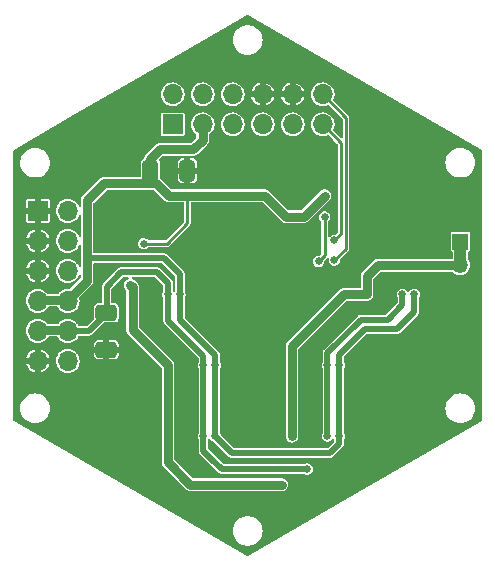
<source format=gbr>
%TF.GenerationSoftware,KiCad,Pcbnew,(6.0.4)*%
%TF.CreationDate,2023-05-25T13:52:57-04:00*%
%TF.ProjectId,CONN,434f4e4e-2e6b-4696-9361-645f70636258,rev?*%
%TF.SameCoordinates,Original*%
%TF.FileFunction,Copper,L2,Bot*%
%TF.FilePolarity,Positive*%
%FSLAX46Y46*%
G04 Gerber Fmt 4.6, Leading zero omitted, Abs format (unit mm)*
G04 Created by KiCad (PCBNEW (6.0.4)) date 2023-05-25 13:52:57*
%MOMM*%
%LPD*%
G01*
G04 APERTURE LIST*
G04 Aperture macros list*
%AMRoundRect*
0 Rectangle with rounded corners*
0 $1 Rounding radius*
0 $2 $3 $4 $5 $6 $7 $8 $9 X,Y pos of 4 corners*
0 Add a 4 corners polygon primitive as box body*
4,1,4,$2,$3,$4,$5,$6,$7,$8,$9,$2,$3,0*
0 Add four circle primitives for the rounded corners*
1,1,$1+$1,$2,$3*
1,1,$1+$1,$4,$5*
1,1,$1+$1,$6,$7*
1,1,$1+$1,$8,$9*
0 Add four rect primitives between the rounded corners*
20,1,$1+$1,$2,$3,$4,$5,0*
20,1,$1+$1,$4,$5,$6,$7,0*
20,1,$1+$1,$6,$7,$8,$9,0*
20,1,$1+$1,$8,$9,$2,$3,0*%
G04 Aperture macros list end*
%TA.AperFunction,SMDPad,CuDef*%
%ADD10RoundRect,0.250000X-0.650000X0.412500X-0.650000X-0.412500X0.650000X-0.412500X0.650000X0.412500X0*%
%TD*%
%TA.AperFunction,SMDPad,CuDef*%
%ADD11RoundRect,0.250000X-0.412500X-0.650000X0.412500X-0.650000X0.412500X0.650000X-0.412500X0.650000X0*%
%TD*%
%TA.AperFunction,ComponentPad*%
%ADD12R,1.700000X1.700000*%
%TD*%
%TA.AperFunction,ComponentPad*%
%ADD13O,1.700000X1.700000*%
%TD*%
%TA.AperFunction,ComponentPad*%
%ADD14R,1.350000X1.350000*%
%TD*%
%TA.AperFunction,ComponentPad*%
%ADD15O,1.350000X1.350000*%
%TD*%
%TA.AperFunction,ViaPad*%
%ADD16C,0.660400*%
%TD*%
%TA.AperFunction,Conductor*%
%ADD17C,0.762000*%
%TD*%
%TA.AperFunction,Conductor*%
%ADD18C,0.254000*%
%TD*%
%TA.AperFunction,Conductor*%
%ADD19C,0.508000*%
%TD*%
%TA.AperFunction,Conductor*%
%ADD20C,1.016000*%
%TD*%
G04 APERTURE END LIST*
D10*
%TO.P,C3,1*%
%TO.N,+1V8*%
X141520000Y-55915522D03*
%TO.P,C3,2*%
%TO.N,GND*%
X141520000Y-59040522D03*
%TD*%
D11*
%TO.P,C2,1*%
%TO.N,+3V3*%
X145267500Y-43868022D03*
%TO.P,C2,2*%
%TO.N,GND*%
X148392500Y-43868022D03*
%TD*%
D12*
%TO.P,J3,1,Pin_1*%
%TO.N,/VBAT*%
X147150000Y-39963022D03*
D13*
%TO.P,J3,2,Pin_2*%
%TO.N,/~{EN}*%
X147150000Y-37423022D03*
%TO.P,J3,3,Pin_3*%
%TO.N,+3V3*%
X149690000Y-39963022D03*
%TO.P,J3,4,Pin_4*%
%TO.N,/VBAT_OK*%
X149690000Y-37423022D03*
%TO.P,J3,5,Pin_5*%
%TO.N,/~{RESET}*%
X152230000Y-39963022D03*
%TO.P,J3,6,Pin_6*%
%TO.N,+5V*%
X152230000Y-37423022D03*
%TO.P,J3,7,Pin_7*%
%TO.N,unconnected-(J3-Pad7)*%
X154770000Y-39963022D03*
%TO.P,J3,8,Pin_8*%
%TO.N,GND*%
X154770000Y-37423022D03*
%TO.P,J3,9,Pin_9*%
%TO.N,unconnected-(J3-Pad9)*%
X157310000Y-39963022D03*
%TO.P,J3,10,Pin_10*%
%TO.N,GND*%
X157310000Y-37423022D03*
%TO.P,J3,11,Pin_11*%
%TO.N,/SDA*%
X159850000Y-39963022D03*
%TO.P,J3,12,Pin_12*%
%TO.N,/SCL*%
X159850000Y-37423022D03*
%TD*%
D14*
%TO.P,J2,1,Pin_1*%
%TO.N,/SC*%
X171500000Y-49888022D03*
D15*
%TO.P,J2,2,Pin_2*%
X171500000Y-51888022D03*
%TD*%
D12*
%TO.P,J1,1,Pin_1*%
%TO.N,GND*%
X135725000Y-47288022D03*
D13*
%TO.P,J1,2,Pin_2*%
%TO.N,/~{EN}*%
X138265000Y-47288022D03*
%TO.P,J1,3,Pin_3*%
%TO.N,GND*%
X135725000Y-49828022D03*
%TO.P,J1,4,Pin_4*%
%TO.N,/VBAT_OK*%
X138265000Y-49828022D03*
%TO.P,J1,5,Pin_5*%
%TO.N,GND*%
X135725000Y-52368022D03*
%TO.P,J1,6,Pin_6*%
%TO.N,/VBAT*%
X138265000Y-52368022D03*
%TO.P,J1,7,Pin_7*%
%TO.N,+3V3*%
X135725000Y-54908022D03*
%TO.P,J1,8,Pin_8*%
X138265000Y-54908022D03*
%TO.P,J1,9,Pin_9*%
%TO.N,+1V8*%
X135725000Y-57448022D03*
%TO.P,J1,10,Pin_10*%
X138265000Y-57448022D03*
%TO.P,J1,11,Pin_11*%
%TO.N,GND*%
X135725000Y-59988022D03*
%TO.P,J1,12,Pin_12*%
%TO.N,+5V*%
X138265000Y-59988022D03*
%TD*%
D16*
%TO.N,+3V3*%
X161250000Y-66363022D03*
X156715000Y-47765000D03*
X150750000Y-66363022D03*
X161250000Y-60363022D03*
X151685000Y-46000000D03*
X148385000Y-46000000D03*
X141525532Y-44942490D03*
X167600000Y-54363022D03*
X147750000Y-54363022D03*
X144720000Y-50068022D03*
X160015000Y-45990000D03*
X150750000Y-60363022D03*
%TO.N,GND*%
X140500000Y-42688022D03*
X141500000Y-59688022D03*
X167500000Y-48688022D03*
X167500000Y-40688022D03*
X138500000Y-42688022D03*
X169493758Y-48688021D03*
X151500000Y-71688022D03*
X171500000Y-46688022D03*
X153500000Y-34688022D03*
X165500000Y-40688022D03*
X165500000Y-64688022D03*
X169500000Y-46688022D03*
X165500000Y-48688022D03*
X155000000Y-54188022D03*
X155000000Y-58188022D03*
X139500000Y-61688022D03*
X171500000Y-58688022D03*
X155500000Y-71688022D03*
X165500000Y-42688022D03*
X152500000Y-58188022D03*
X141500000Y-63688022D03*
X155250000Y-64688022D03*
X171500000Y-54688022D03*
X171500000Y-56688022D03*
X167500000Y-62688022D03*
X141500000Y-61688022D03*
X167500000Y-42688022D03*
X155000000Y-52188022D03*
X139500000Y-63688022D03*
X165500000Y-38688022D03*
X157500000Y-42688022D03*
X158750000Y-62688022D03*
X151500000Y-34688022D03*
X167493028Y-50681780D03*
X167500000Y-60688022D03*
X148250000Y-62688022D03*
X153500000Y-42688022D03*
X169500000Y-44688022D03*
X169500000Y-60688022D03*
X167500000Y-64688022D03*
X163500000Y-38688022D03*
X163500000Y-40688022D03*
X167500000Y-66688022D03*
X171500000Y-60688022D03*
X155500000Y-42688022D03*
X149500000Y-34688022D03*
X155000000Y-56188022D03*
X138500000Y-44688022D03*
X141500000Y-67688022D03*
X165500000Y-60688022D03*
X140500000Y-40688022D03*
X138500000Y-40688022D03*
X163500000Y-42688022D03*
X165500000Y-62688022D03*
X165500000Y-46688022D03*
X153500000Y-60438022D03*
X155500000Y-34688022D03*
X157500000Y-71688022D03*
X163500000Y-44688022D03*
X167500000Y-46688022D03*
X147500000Y-71688022D03*
X141500000Y-65688022D03*
X152500000Y-64688022D03*
X155000000Y-50188022D03*
X159500000Y-42688022D03*
X153500000Y-71688022D03*
X165500000Y-44688022D03*
X139500000Y-65688022D03*
X165500000Y-66688022D03*
X157500000Y-34688022D03*
X167500000Y-44688022D03*
X149500000Y-71688022D03*
X169500000Y-62688022D03*
X169493758Y-50681780D03*
%TO.N,+1V8*%
X149750000Y-60363022D03*
X166600000Y-54363022D03*
X158530000Y-69148022D03*
X160250000Y-66363022D03*
X149750000Y-66363022D03*
X146750000Y-54363022D03*
X160250000Y-60363022D03*
%TO.N,/SC*%
X143550000Y-53563022D03*
X157250000Y-60363022D03*
X146750000Y-60363022D03*
X156390000Y-70468022D03*
X163600000Y-54363022D03*
X157250000Y-66363022D03*
X146750000Y-66363022D03*
%TO.N,/SDA*%
X160837500Y-49780000D03*
%TO.N,/SCL*%
X160837500Y-51450000D03*
%TO.N,Net-(R5-Pad1)*%
X159510000Y-51568022D03*
X160015000Y-47815000D03*
%TD*%
D17*
%TO.N,+3V3*%
X148890000Y-42088022D02*
X149690000Y-41288022D01*
X145267500Y-42870522D02*
X146050000Y-42088022D01*
X146050000Y-42088022D02*
X148890000Y-42088022D01*
X145267500Y-43868022D02*
X145267500Y-42870522D01*
X149690000Y-41288022D02*
X149690000Y-39963022D01*
D18*
X146670000Y-50068022D02*
X148385000Y-48353022D01*
D19*
X160430000Y-67808022D02*
X161250000Y-66988022D01*
D17*
X146812500Y-46000000D02*
X148385000Y-46000000D01*
D19*
X150750000Y-59488022D02*
X150750000Y-60363022D01*
X161250000Y-60363022D02*
X161250000Y-59448022D01*
D17*
X148385000Y-46000000D02*
X151685000Y-46000000D01*
X154950000Y-46000000D02*
X156715000Y-47765000D01*
D19*
X167600000Y-55818022D02*
X167600000Y-54363022D01*
X147750000Y-52628022D02*
X146420000Y-51298022D01*
X161250000Y-59448022D02*
X163400000Y-57298022D01*
D17*
X141525532Y-44942490D02*
X143205003Y-44942490D01*
D19*
X161250000Y-60363022D02*
X161250000Y-66363022D01*
X150750000Y-66363022D02*
X152195000Y-67808022D01*
D17*
X143205003Y-44942490D02*
X145754990Y-44942490D01*
D18*
X148385000Y-48353022D02*
X148385000Y-46000000D01*
D17*
X139900000Y-46400000D02*
X141357510Y-44942490D01*
X139900000Y-51298022D02*
X139900000Y-46400000D01*
X138265000Y-54827695D02*
X139900000Y-53192695D01*
D19*
X163400000Y-57298022D02*
X166120000Y-57298022D01*
X147750000Y-56488022D02*
X150750000Y-59488022D01*
D17*
X141357510Y-44942490D02*
X141525532Y-44942490D01*
X158240000Y-47765000D02*
X160015000Y-45990000D01*
D19*
X146420000Y-51298022D02*
X139900000Y-51298022D01*
D17*
X145754990Y-44942490D02*
X146812500Y-46000000D01*
X151685000Y-46000000D02*
X154950000Y-46000000D01*
D19*
X147750000Y-54363022D02*
X147750000Y-56488022D01*
X161250000Y-66988022D02*
X161250000Y-66363022D01*
D17*
X156715000Y-47765000D02*
X158240000Y-47765000D01*
D19*
X166120000Y-57298022D02*
X167600000Y-55818022D01*
X150750000Y-66363022D02*
X150750000Y-60363022D01*
X147750000Y-54363022D02*
X147750000Y-52628022D01*
D17*
X135725000Y-54827695D02*
X138265000Y-54827695D01*
D18*
X144720000Y-50068022D02*
X146670000Y-50068022D01*
D17*
X139900000Y-53192695D02*
X139900000Y-51298022D01*
D19*
X152195000Y-67808022D02*
X160430000Y-67808022D01*
%TO.N,+1V8*%
X142800000Y-52478022D02*
X141550000Y-53728022D01*
X160250000Y-59308022D02*
X163060000Y-56498022D01*
X146750000Y-53398022D02*
X145830000Y-52478022D01*
X149750000Y-59568022D02*
X146750000Y-56568022D01*
X146750000Y-56568022D02*
X146750000Y-54363022D01*
X160250000Y-60363022D02*
X160250000Y-59308022D01*
X151300000Y-69148022D02*
X158530000Y-69148022D01*
X149750000Y-67598022D02*
X150420000Y-68268022D01*
X149750000Y-60363022D02*
X149750000Y-66363022D01*
X149750000Y-66363022D02*
X149750000Y-67598022D01*
X141550000Y-55918022D02*
X140020000Y-57448022D01*
X149750000Y-60363022D02*
X149750000Y-59568022D01*
X141550000Y-53728022D02*
X141550000Y-55918022D01*
X145830000Y-52478022D02*
X142800000Y-52478022D01*
X166600000Y-55238022D02*
X166600000Y-54363022D01*
X160250000Y-66363022D02*
X160250000Y-60363022D01*
X150420000Y-68268022D02*
X151300000Y-69148022D01*
X140020000Y-57448022D02*
X138265000Y-57448022D01*
D17*
X135725000Y-57367695D02*
X138265000Y-57367695D01*
D19*
X165340000Y-56498022D02*
X166600000Y-55238022D01*
X163060000Y-56498022D02*
X165340000Y-56498022D01*
X146750000Y-54363022D02*
X146750000Y-53398022D01*
D17*
%TO.N,/SC*%
X146750000Y-68568022D02*
X148650000Y-70468022D01*
X157250000Y-58748022D02*
X157250000Y-60363022D01*
X157250000Y-66363022D02*
X157250000Y-60363022D01*
X143750000Y-53763022D02*
X143550000Y-53563022D01*
X171500000Y-51888022D02*
X164510000Y-51888022D01*
X146750000Y-66363022D02*
X146750000Y-68568022D01*
X163600000Y-54363022D02*
X161635000Y-54363022D01*
X146750000Y-60363022D02*
X146750000Y-66363022D01*
X164510000Y-51888022D02*
X163600000Y-52798022D01*
X161635000Y-54363022D02*
X157250000Y-58748022D01*
X143750000Y-57363022D02*
X146750000Y-60363022D01*
X143750000Y-57363022D02*
X143750000Y-53763022D01*
X148650000Y-70468022D02*
X156390000Y-70468022D01*
D20*
X171500013Y-49888013D02*
X171500013Y-51888034D01*
D17*
X163600000Y-52798022D02*
X163600000Y-54363022D01*
D18*
%TO.N,/SDA*%
X161404080Y-41517102D02*
X159850000Y-39963022D01*
X160837500Y-49780000D02*
X161404080Y-49213420D01*
X161404080Y-49213420D02*
X161404080Y-41517102D01*
%TO.N,/SCL*%
X161810000Y-39383022D02*
X159850000Y-37423022D01*
X160837500Y-51450000D02*
X161810000Y-50477500D01*
X161810000Y-50477500D02*
X161810000Y-39383022D01*
%TO.N,Net-(R5-Pad1)*%
X160020000Y-47820000D02*
X160015000Y-47815000D01*
X160020000Y-51058022D02*
X160020000Y-47820000D01*
X159510000Y-51568022D02*
X160020000Y-51058022D01*
%TD*%
%TA.AperFunction,Conductor*%
%TO.N,GND*%
G36*
X153543950Y-30701929D02*
G01*
X159372575Y-34067087D01*
X173303151Y-42109909D01*
X173341799Y-42155968D01*
X173347100Y-42186032D01*
X173347100Y-65001990D01*
X173326535Y-65058491D01*
X173303152Y-65078113D01*
X163773482Y-70580070D01*
X153543950Y-76486093D01*
X153484736Y-76496534D01*
X153456050Y-76486093D01*
X149805801Y-74378621D01*
X152242314Y-74378621D01*
X152261421Y-74597016D01*
X152318162Y-74808775D01*
X152410812Y-75007464D01*
X152536557Y-75187046D01*
X152691575Y-75342064D01*
X152871157Y-75467809D01*
X153069846Y-75560459D01*
X153189955Y-75592642D01*
X153277902Y-75616208D01*
X153277904Y-75616208D01*
X153281605Y-75617200D01*
X153285421Y-75617534D01*
X153285422Y-75617534D01*
X153496182Y-75635973D01*
X153500000Y-75636307D01*
X153503818Y-75635973D01*
X153714578Y-75617534D01*
X153714579Y-75617534D01*
X153718395Y-75617200D01*
X153722096Y-75616208D01*
X153722098Y-75616208D01*
X153810045Y-75592642D01*
X153930154Y-75560459D01*
X154128843Y-75467809D01*
X154308425Y-75342064D01*
X154463443Y-75187046D01*
X154589188Y-75007464D01*
X154681838Y-74808775D01*
X154738579Y-74597016D01*
X154757686Y-74378621D01*
X154738579Y-74160226D01*
X154681838Y-73948467D01*
X154589188Y-73749778D01*
X154463443Y-73570196D01*
X154308425Y-73415178D01*
X154128843Y-73289433D01*
X153930154Y-73196783D01*
X153810045Y-73164600D01*
X153722098Y-73141034D01*
X153722096Y-73141034D01*
X153718395Y-73140042D01*
X153714579Y-73139708D01*
X153714578Y-73139708D01*
X153503818Y-73121269D01*
X153500000Y-73120935D01*
X153496182Y-73121269D01*
X153285422Y-73139708D01*
X153285421Y-73139708D01*
X153281605Y-73140042D01*
X153277904Y-73141034D01*
X153277902Y-73141034D01*
X153189955Y-73164600D01*
X153069846Y-73196783D01*
X152871157Y-73289433D01*
X152691575Y-73415178D01*
X152536557Y-73570196D01*
X152410812Y-73749778D01*
X152318162Y-73948467D01*
X152261421Y-74160226D01*
X152243471Y-74365397D01*
X152242314Y-74378621D01*
X149805801Y-74378621D01*
X143226518Y-70580070D01*
X133696849Y-65078113D01*
X133658201Y-65032054D01*
X133652900Y-65001990D01*
X133652900Y-63986316D01*
X134242314Y-63986316D01*
X134261421Y-64204711D01*
X134318162Y-64416470D01*
X134410812Y-64615159D01*
X134536557Y-64794741D01*
X134691575Y-64949759D01*
X134871157Y-65075504D01*
X135069846Y-65168154D01*
X135189955Y-65200337D01*
X135277902Y-65223903D01*
X135277904Y-65223903D01*
X135281605Y-65224895D01*
X135285421Y-65225229D01*
X135285422Y-65225229D01*
X135496182Y-65243668D01*
X135500000Y-65244002D01*
X135503818Y-65243668D01*
X135714578Y-65225229D01*
X135714579Y-65225229D01*
X135718395Y-65224895D01*
X135722096Y-65223903D01*
X135722098Y-65223903D01*
X135810045Y-65200337D01*
X135930154Y-65168154D01*
X136128843Y-65075504D01*
X136308425Y-64949759D01*
X136463443Y-64794741D01*
X136589188Y-64615159D01*
X136681838Y-64416470D01*
X136738579Y-64204711D01*
X136757686Y-63986316D01*
X136738579Y-63767921D01*
X136681838Y-63556162D01*
X136589188Y-63357473D01*
X136463443Y-63177891D01*
X136308425Y-63022873D01*
X136128843Y-62897128D01*
X135930154Y-62804478D01*
X135810045Y-62772295D01*
X135722098Y-62748729D01*
X135722096Y-62748729D01*
X135718395Y-62747737D01*
X135714579Y-62747403D01*
X135714578Y-62747403D01*
X135503818Y-62728964D01*
X135500000Y-62728630D01*
X135496182Y-62728964D01*
X135285422Y-62747403D01*
X135285421Y-62747403D01*
X135281605Y-62747737D01*
X135277904Y-62748729D01*
X135277902Y-62748729D01*
X135189955Y-62772295D01*
X135069846Y-62804478D01*
X134871157Y-62897128D01*
X134691575Y-63022873D01*
X134536557Y-63177891D01*
X134410812Y-63357473D01*
X134318162Y-63556162D01*
X134261421Y-63767921D01*
X134243471Y-63973092D01*
X134242314Y-63986316D01*
X133652900Y-63986316D01*
X133652900Y-60248159D01*
X134757571Y-60248159D01*
X134757754Y-60251650D01*
X134787300Y-60354689D01*
X134790445Y-60362633D01*
X134876375Y-60529837D01*
X134881008Y-60537025D01*
X134997774Y-60684347D01*
X135003721Y-60690505D01*
X135146876Y-60812340D01*
X135153899Y-60817221D01*
X135317998Y-60908932D01*
X135325833Y-60912355D01*
X135456261Y-60954734D01*
X135468886Y-60954293D01*
X135469823Y-60953449D01*
X135471000Y-60948730D01*
X135471000Y-60942387D01*
X135979000Y-60942387D01*
X135983322Y-60954261D01*
X135985282Y-60955393D01*
X135988495Y-60955236D01*
X136085107Y-60928261D01*
X136093085Y-60925166D01*
X136260879Y-60840407D01*
X136268094Y-60835828D01*
X136416234Y-60720089D01*
X136422425Y-60714193D01*
X136545262Y-60571885D01*
X136550190Y-60564899D01*
X136643045Y-60401446D01*
X136646528Y-60393622D01*
X136692065Y-60256730D01*
X136691712Y-60244098D01*
X136690988Y-60243282D01*
X136686010Y-60242022D01*
X135994500Y-60242022D01*
X135982626Y-60246344D01*
X135979000Y-60252623D01*
X135979000Y-60942387D01*
X135471000Y-60942387D01*
X135471000Y-60257522D01*
X135466678Y-60245648D01*
X135460399Y-60242022D01*
X134770493Y-60242022D01*
X134758619Y-60246344D01*
X134757571Y-60248159D01*
X133652900Y-60248159D01*
X133652900Y-59973952D01*
X137257345Y-59973952D01*
X137257704Y-59978228D01*
X137257704Y-59978230D01*
X137273358Y-60164640D01*
X137273803Y-60169941D01*
X137328015Y-60359001D01*
X137329977Y-60362819D01*
X137329978Y-60362821D01*
X137394344Y-60488063D01*
X137417916Y-60533930D01*
X137540083Y-60688066D01*
X137543359Y-60690854D01*
X137686589Y-60812753D01*
X137686592Y-60812755D01*
X137689862Y-60815538D01*
X137693610Y-60817633D01*
X137693612Y-60817634D01*
X137775704Y-60863513D01*
X137861547Y-60911489D01*
X138048600Y-60972266D01*
X138243895Y-60995554D01*
X138439994Y-60980465D01*
X138576374Y-60942387D01*
X138625285Y-60928731D01*
X138625287Y-60928730D01*
X138629428Y-60927574D01*
X138665421Y-60909393D01*
X138801148Y-60840832D01*
X138804981Y-60838896D01*
X138959966Y-60717808D01*
X139088480Y-60568923D01*
X139185628Y-60397912D01*
X139247710Y-60211288D01*
X139265354Y-60071622D01*
X139272053Y-60018592D01*
X139272053Y-60018588D01*
X139272360Y-60016160D01*
X139272753Y-59988022D01*
X139253561Y-59792282D01*
X139249400Y-59778498D01*
X139201672Y-59620420D01*
X139196714Y-59603997D01*
X139187919Y-59587455D01*
X139131443Y-59481240D01*
X140467600Y-59481240D01*
X140468140Y-59488101D01*
X140481442Y-59572089D01*
X140485664Y-59585083D01*
X140537252Y-59686328D01*
X140545286Y-59697387D01*
X140625635Y-59777736D01*
X140636694Y-59785770D01*
X140737939Y-59837358D01*
X140750933Y-59841580D01*
X140834921Y-59854882D01*
X140841782Y-59855422D01*
X141250500Y-59855422D01*
X141262374Y-59851100D01*
X141266000Y-59844821D01*
X141266000Y-59839922D01*
X141774000Y-59839922D01*
X141778322Y-59851796D01*
X141784601Y-59855422D01*
X142198218Y-59855422D01*
X142205079Y-59854882D01*
X142289067Y-59841580D01*
X142302061Y-59837358D01*
X142403306Y-59785770D01*
X142414365Y-59777736D01*
X142494714Y-59697387D01*
X142502748Y-59686328D01*
X142554336Y-59585083D01*
X142558558Y-59572089D01*
X142571860Y-59488101D01*
X142572400Y-59481240D01*
X142572400Y-59310022D01*
X142568078Y-59298148D01*
X142561799Y-59294522D01*
X141789500Y-59294522D01*
X141777626Y-59298844D01*
X141774000Y-59305123D01*
X141774000Y-59839922D01*
X141266000Y-59839922D01*
X141266000Y-59310022D01*
X141261678Y-59298148D01*
X141255399Y-59294522D01*
X140483100Y-59294522D01*
X140471226Y-59298844D01*
X140467600Y-59305123D01*
X140467600Y-59481240D01*
X139131443Y-59481240D01*
X139106397Y-59434135D01*
X139106396Y-59434134D01*
X139104379Y-59430340D01*
X139047595Y-59360716D01*
X138982791Y-59281258D01*
X138982787Y-59281254D01*
X138980072Y-59277925D01*
X138972506Y-59271666D01*
X138831842Y-59155298D01*
X138831838Y-59155295D01*
X138828528Y-59152557D01*
X138655520Y-59059012D01*
X138651418Y-59057742D01*
X138651415Y-59057741D01*
X138471740Y-59002122D01*
X138471739Y-59002122D01*
X138467637Y-59000852D01*
X138463371Y-59000404D01*
X138463368Y-59000403D01*
X138276308Y-58980743D01*
X138276307Y-58980743D01*
X138272035Y-58980294D01*
X138076166Y-58998119D01*
X138072042Y-58999333D01*
X138072041Y-58999333D01*
X137891605Y-59052438D01*
X137891600Y-59052440D01*
X137887489Y-59053650D01*
X137883686Y-59055638D01*
X137883684Y-59055639D01*
X137872431Y-59061522D01*
X137713192Y-59144770D01*
X137709840Y-59147465D01*
X137709837Y-59147467D01*
X137568643Y-59260990D01*
X137559912Y-59268010D01*
X137557148Y-59271304D01*
X137557145Y-59271307D01*
X137436565Y-59415009D01*
X137433489Y-59418675D01*
X137403766Y-59472741D01*
X137349150Y-59572089D01*
X137338739Y-59591026D01*
X137337440Y-59595120D01*
X137337439Y-59595123D01*
X137309698Y-59682575D01*
X137279269Y-59778498D01*
X137278790Y-59782773D01*
X137278789Y-59782775D01*
X137271125Y-59851100D01*
X137257345Y-59973952D01*
X133652900Y-59973952D01*
X133652900Y-59719247D01*
X134758590Y-59719247D01*
X134759119Y-59731873D01*
X134760080Y-59732926D01*
X134764542Y-59734022D01*
X135455500Y-59734022D01*
X135467374Y-59729700D01*
X135471000Y-59723421D01*
X135471000Y-59718522D01*
X135979000Y-59718522D01*
X135983322Y-59730396D01*
X135989601Y-59734022D01*
X136679948Y-59734022D01*
X136691822Y-59729700D01*
X136692703Y-59728174D01*
X136692463Y-59724137D01*
X136657493Y-59608311D01*
X136654228Y-59600387D01*
X136565979Y-59434415D01*
X136561244Y-59427288D01*
X136442434Y-59281612D01*
X136436402Y-59275538D01*
X136291560Y-59155714D01*
X136284466Y-59150929D01*
X136119111Y-59061522D01*
X136111212Y-59058202D01*
X135993806Y-59021859D01*
X135981186Y-59022476D01*
X135980016Y-59023560D01*
X135979000Y-59027759D01*
X135979000Y-59718522D01*
X135471000Y-59718522D01*
X135471000Y-59033320D01*
X135466678Y-59021446D01*
X135465007Y-59020481D01*
X135461245Y-59020691D01*
X135351794Y-59052904D01*
X135343873Y-59056105D01*
X135177282Y-59143197D01*
X135170112Y-59147888D01*
X135023618Y-59265672D01*
X135017497Y-59271666D01*
X134896670Y-59415663D01*
X134891831Y-59422730D01*
X134801273Y-59587455D01*
X134797900Y-59595325D01*
X134758590Y-59719247D01*
X133652900Y-59719247D01*
X133652900Y-58771022D01*
X140467600Y-58771022D01*
X140471922Y-58782896D01*
X140478201Y-58786522D01*
X141250500Y-58786522D01*
X141262374Y-58782200D01*
X141266000Y-58775921D01*
X141266000Y-58771022D01*
X141774000Y-58771022D01*
X141778322Y-58782896D01*
X141784601Y-58786522D01*
X142556900Y-58786522D01*
X142568774Y-58782200D01*
X142572400Y-58775921D01*
X142572400Y-58599804D01*
X142571860Y-58592943D01*
X142558558Y-58508955D01*
X142554336Y-58495961D01*
X142502748Y-58394716D01*
X142494714Y-58383657D01*
X142414365Y-58303308D01*
X142403306Y-58295274D01*
X142302061Y-58243686D01*
X142289067Y-58239464D01*
X142205079Y-58226162D01*
X142198218Y-58225622D01*
X141789500Y-58225622D01*
X141777626Y-58229944D01*
X141774000Y-58236223D01*
X141774000Y-58771022D01*
X141266000Y-58771022D01*
X141266000Y-58241122D01*
X141261678Y-58229248D01*
X141255399Y-58225622D01*
X140841782Y-58225622D01*
X140834921Y-58226162D01*
X140750933Y-58239464D01*
X140737939Y-58243686D01*
X140636694Y-58295274D01*
X140625635Y-58303308D01*
X140545286Y-58383657D01*
X140537252Y-58394716D01*
X140485664Y-58495961D01*
X140481442Y-58508955D01*
X140468140Y-58592943D01*
X140467600Y-58599804D01*
X140467600Y-58771022D01*
X133652900Y-58771022D01*
X133652900Y-57433952D01*
X134717345Y-57433952D01*
X134717704Y-57438228D01*
X134717704Y-57438230D01*
X134730832Y-57594557D01*
X134733803Y-57629941D01*
X134788015Y-57819001D01*
X134789977Y-57822819D01*
X134789978Y-57822821D01*
X134875950Y-57990104D01*
X134877916Y-57993930D01*
X135000083Y-58148066D01*
X135003359Y-58150854D01*
X135146589Y-58272753D01*
X135146592Y-58272755D01*
X135149862Y-58275538D01*
X135153610Y-58277633D01*
X135153612Y-58277634D01*
X135199551Y-58303308D01*
X135321547Y-58371489D01*
X135508600Y-58432266D01*
X135703895Y-58455554D01*
X135899994Y-58440465D01*
X136043333Y-58400444D01*
X136085285Y-58388731D01*
X136085287Y-58388730D01*
X136089428Y-58387574D01*
X136097183Y-58383657D01*
X136185670Y-58338959D01*
X136264981Y-58298896D01*
X136419966Y-58177808D01*
X136450496Y-58142438D01*
X136545671Y-58032178D01*
X136545674Y-58032174D01*
X136548480Y-58028923D01*
X136550604Y-58025185D01*
X136568359Y-57993930D01*
X136595544Y-57946076D01*
X136641331Y-57907108D01*
X136671971Y-57901595D01*
X137316807Y-57901595D01*
X137373308Y-57922160D01*
X137394986Y-57949315D01*
X137415949Y-57990104D01*
X137415952Y-57990109D01*
X137417916Y-57993930D01*
X137540083Y-58148066D01*
X137543359Y-58150854D01*
X137686589Y-58272753D01*
X137686592Y-58272755D01*
X137689862Y-58275538D01*
X137693610Y-58277633D01*
X137693612Y-58277634D01*
X137739551Y-58303308D01*
X137861547Y-58371489D01*
X138048600Y-58432266D01*
X138243895Y-58455554D01*
X138439994Y-58440465D01*
X138583333Y-58400444D01*
X138625285Y-58388731D01*
X138625287Y-58388730D01*
X138629428Y-58387574D01*
X138637183Y-58383657D01*
X138725670Y-58338959D01*
X138804981Y-58298896D01*
X138959966Y-58177808D01*
X139088480Y-58028923D01*
X139090603Y-58025186D01*
X139090604Y-58025185D01*
X139162057Y-57899405D01*
X139207847Y-57860435D01*
X139238486Y-57854922D01*
X140084446Y-57854922D01*
X140091025Y-57852784D01*
X140091027Y-57852784D01*
X140108703Y-57847041D01*
X140122114Y-57843821D01*
X140140475Y-57840913D01*
X140140476Y-57840913D01*
X140147306Y-57839831D01*
X140153469Y-57836691D01*
X140170030Y-57828253D01*
X140182771Y-57822976D01*
X140200449Y-57817232D01*
X140200455Y-57817229D01*
X140207032Y-57815092D01*
X140227666Y-57800100D01*
X140239426Y-57792893D01*
X140247242Y-57788911D01*
X140255991Y-57784453D01*
X140255993Y-57784452D01*
X140262151Y-57781314D01*
X141286798Y-56756667D01*
X141341292Y-56731256D01*
X141348953Y-56730922D01*
X142201708Y-56730922D01*
X142256960Y-56722171D01*
X142289225Y-56717061D01*
X142289226Y-56717061D01*
X142296055Y-56715979D01*
X142302216Y-56712840D01*
X142403611Y-56661177D01*
X142403613Y-56661176D01*
X142409771Y-56658038D01*
X142500016Y-56567793D01*
X142507825Y-56552468D01*
X142554818Y-56460238D01*
X142554818Y-56460237D01*
X142557957Y-56454077D01*
X142572900Y-56359730D01*
X142572900Y-55471314D01*
X142557957Y-55376967D01*
X142527867Y-55317912D01*
X142503155Y-55269411D01*
X142503154Y-55269409D01*
X142500016Y-55263251D01*
X142409771Y-55173006D01*
X142403613Y-55169868D01*
X142403611Y-55169867D01*
X142302216Y-55118204D01*
X142302215Y-55118204D01*
X142296055Y-55115065D01*
X142289226Y-55113983D01*
X142289225Y-55113983D01*
X142256960Y-55108873D01*
X142201708Y-55100122D01*
X142044800Y-55100122D01*
X141988299Y-55079557D01*
X141958235Y-55027486D01*
X141956900Y-55012222D01*
X141956900Y-53932975D01*
X141977465Y-53876474D01*
X141982645Y-53870820D01*
X142942798Y-52910667D01*
X142997292Y-52885256D01*
X143004953Y-52884922D01*
X143343779Y-52884922D01*
X143400280Y-52905487D01*
X143430344Y-52957558D01*
X143419903Y-53016772D01*
X143381205Y-53052356D01*
X143256484Y-53111046D01*
X143145750Y-53206627D01*
X143064800Y-53328468D01*
X143049738Y-53374823D01*
X143022955Y-53457253D01*
X143019597Y-53467587D01*
X143019346Y-53473574D01*
X143018915Y-53483847D01*
X143013471Y-53613739D01*
X143046874Y-53756153D01*
X143049761Y-53761405D01*
X143049762Y-53761407D01*
X143115111Y-53880277D01*
X143117345Y-53884340D01*
X143124135Y-53892206D01*
X143190355Y-53958426D01*
X143215766Y-54012920D01*
X143216100Y-54020581D01*
X143216100Y-57349173D01*
X143216023Y-57352854D01*
X143213471Y-57413739D01*
X143214838Y-57419568D01*
X143214839Y-57419576D01*
X143223477Y-57456402D01*
X143224986Y-57464543D01*
X143230932Y-57507948D01*
X143233313Y-57513449D01*
X143237938Y-57524137D01*
X143242846Y-57538978D01*
X143246874Y-57556153D01*
X143249760Y-57561402D01*
X143249760Y-57561403D01*
X143267986Y-57594557D01*
X143271625Y-57601985D01*
X143289027Y-57642197D01*
X143300131Y-57655910D01*
X143308839Y-57668869D01*
X143317345Y-57684340D01*
X143324135Y-57692206D01*
X143349210Y-57717281D01*
X143355366Y-57724119D01*
X143381084Y-57755878D01*
X143385967Y-57759348D01*
X143398303Y-57768115D01*
X143409539Y-57777610D01*
X146190355Y-60558426D01*
X146215766Y-60612920D01*
X146216100Y-60620581D01*
X146216100Y-68554173D01*
X146216023Y-68557854D01*
X146213471Y-68618739D01*
X146214838Y-68624568D01*
X146214839Y-68624576D01*
X146223477Y-68661402D01*
X146224986Y-68669543D01*
X146230932Y-68712948D01*
X146233313Y-68718449D01*
X146237938Y-68729137D01*
X146242846Y-68743978D01*
X146246874Y-68761153D01*
X146249760Y-68766402D01*
X146249760Y-68766403D01*
X146267986Y-68799557D01*
X146271625Y-68806985D01*
X146289027Y-68847197D01*
X146300131Y-68860910D01*
X146308839Y-68873869D01*
X146317345Y-68889340D01*
X146324135Y-68897206D01*
X146349210Y-68922281D01*
X146355366Y-68929119D01*
X146381084Y-68960878D01*
X146385967Y-68964348D01*
X146398303Y-68973115D01*
X146409539Y-68982610D01*
X148262705Y-70835776D01*
X148265253Y-70838434D01*
X148306479Y-70883267D01*
X148311574Y-70886426D01*
X148343715Y-70906355D01*
X148350538Y-70911044D01*
X148385442Y-70937537D01*
X148391012Y-70939742D01*
X148391013Y-70939743D01*
X148401848Y-70944033D01*
X148415802Y-70951050D01*
X148430801Y-70960350D01*
X148436553Y-70962021D01*
X148436555Y-70962022D01*
X148454911Y-70967355D01*
X148472884Y-70972577D01*
X148480701Y-70975253D01*
X148521450Y-70991386D01*
X148527406Y-70992012D01*
X148527410Y-70992013D01*
X148538995Y-70993230D01*
X148554331Y-70996239D01*
X148571273Y-71001161D01*
X148581636Y-71001922D01*
X148617094Y-71001922D01*
X148626282Y-71002404D01*
X148666928Y-71006676D01*
X148687757Y-71003153D01*
X148702416Y-71001922D01*
X156426648Y-71001922D01*
X156534926Y-70987090D01*
X156540424Y-70984711D01*
X156663674Y-70931376D01*
X156663677Y-70931374D01*
X156669175Y-70928995D01*
X156673832Y-70925224D01*
X156673835Y-70925222D01*
X156778199Y-70840709D01*
X156782856Y-70836938D01*
X156867593Y-70717701D01*
X156917143Y-70580070D01*
X156927857Y-70434183D01*
X156898943Y-70290789D01*
X156832534Y-70160453D01*
X156733521Y-70052777D01*
X156609199Y-69975694D01*
X156468727Y-69934883D01*
X156458364Y-69934122D01*
X148907558Y-69934122D01*
X148851057Y-69913557D01*
X148845403Y-69908377D01*
X147309645Y-68372619D01*
X147284234Y-68318125D01*
X147283900Y-68310464D01*
X147283900Y-60376871D01*
X147283977Y-60373190D01*
X147286278Y-60318295D01*
X147286529Y-60312306D01*
X147276523Y-60269646D01*
X147275014Y-60261507D01*
X147269881Y-60224030D01*
X147269881Y-60224029D01*
X147269068Y-60218096D01*
X147262063Y-60201908D01*
X147257155Y-60187070D01*
X147254494Y-60175724D01*
X147253126Y-60169891D01*
X147232014Y-60131487D01*
X147228372Y-60124053D01*
X147227080Y-60121067D01*
X147210973Y-60083847D01*
X147199869Y-60070134D01*
X147191158Y-60057171D01*
X147184871Y-60045734D01*
X147184869Y-60045731D01*
X147182655Y-60041704D01*
X147175865Y-60033839D01*
X147150794Y-60008768D01*
X147144638Y-60001930D01*
X147122687Y-59974823D01*
X147118916Y-59970166D01*
X147101694Y-59957927D01*
X147090458Y-59948432D01*
X144309645Y-57167619D01*
X144284234Y-57113125D01*
X144283900Y-57105464D01*
X144283900Y-53776871D01*
X144283977Y-53773190D01*
X144286278Y-53718295D01*
X144286529Y-53712306D01*
X144276523Y-53669646D01*
X144275014Y-53661507D01*
X144269881Y-53624030D01*
X144269881Y-53624029D01*
X144269068Y-53618096D01*
X144262063Y-53601908D01*
X144257155Y-53587070D01*
X144254494Y-53575724D01*
X144253126Y-53569891D01*
X144232014Y-53531487D01*
X144228372Y-53524053D01*
X144224349Y-53514757D01*
X144210973Y-53483847D01*
X144199869Y-53470134D01*
X144191158Y-53457171D01*
X144188139Y-53451678D01*
X144182655Y-53441704D01*
X144175865Y-53433839D01*
X144150794Y-53408768D01*
X144144638Y-53401930D01*
X144122687Y-53374823D01*
X144118916Y-53370166D01*
X144101694Y-53357927D01*
X144090458Y-53348432D01*
X143901610Y-53159584D01*
X143814558Y-53093507D01*
X143716161Y-53054549D01*
X143671198Y-53014629D01*
X143662414Y-52955147D01*
X143693920Y-52903935D01*
X143748519Y-52884922D01*
X145625047Y-52884922D01*
X145681548Y-52905487D01*
X145687202Y-52910667D01*
X146317355Y-53540821D01*
X146342766Y-53595315D01*
X146343100Y-53602976D01*
X146343100Y-54073258D01*
X146334767Y-54110615D01*
X146285919Y-54214656D01*
X146285918Y-54214660D01*
X146283258Y-54220325D01*
X146282294Y-54226516D01*
X146267224Y-54323305D01*
X146261968Y-54357059D01*
X146279911Y-54494273D01*
X146282433Y-54500004D01*
X146282433Y-54500005D01*
X146335644Y-54620936D01*
X146333166Y-54622026D01*
X146343100Y-54656356D01*
X146343100Y-56632468D01*
X146345238Y-56639047D01*
X146345238Y-56639049D01*
X146350981Y-56656725D01*
X146354201Y-56670136D01*
X146358191Y-56695328D01*
X146361331Y-56701490D01*
X146361331Y-56701491D01*
X146369769Y-56718052D01*
X146375046Y-56730793D01*
X146380790Y-56748471D01*
X146380793Y-56748477D01*
X146382930Y-56755054D01*
X146386996Y-56760651D01*
X146386997Y-56760652D01*
X146397922Y-56775688D01*
X146405129Y-56787448D01*
X146416708Y-56810173D01*
X149317355Y-59710820D01*
X149342766Y-59765314D01*
X149343100Y-59772975D01*
X149343100Y-60073258D01*
X149334767Y-60110615D01*
X149285919Y-60214656D01*
X149285918Y-60214660D01*
X149283258Y-60220325D01*
X149282294Y-60226516D01*
X149268004Y-60318295D01*
X149261968Y-60357059D01*
X149279911Y-60494273D01*
X149282433Y-60500004D01*
X149282433Y-60500005D01*
X149335644Y-60620936D01*
X149333166Y-60622026D01*
X149343100Y-60656356D01*
X149343100Y-66073258D01*
X149334767Y-66110615D01*
X149285919Y-66214656D01*
X149285918Y-66214660D01*
X149283258Y-66220325D01*
X149261968Y-66357059D01*
X149279911Y-66494273D01*
X149282433Y-66500004D01*
X149282433Y-66500005D01*
X149335644Y-66620936D01*
X149333166Y-66622026D01*
X149343100Y-66656356D01*
X149343100Y-67662468D01*
X149345238Y-67669047D01*
X149345238Y-67669049D01*
X149350981Y-67686725D01*
X149354201Y-67700136D01*
X149358191Y-67725328D01*
X149361331Y-67731490D01*
X149361331Y-67731491D01*
X149369769Y-67748052D01*
X149375046Y-67760793D01*
X149380790Y-67778471D01*
X149380793Y-67778477D01*
X149382930Y-67785054D01*
X149386996Y-67790651D01*
X149386997Y-67790652D01*
X149397922Y-67805688D01*
X149405129Y-67817448D01*
X149416708Y-67840173D01*
X151057849Y-69481314D01*
X151064007Y-69484452D01*
X151064009Y-69484453D01*
X151072758Y-69488911D01*
X151080574Y-69492893D01*
X151092334Y-69500100D01*
X151112968Y-69515092D01*
X151119545Y-69517229D01*
X151119551Y-69517232D01*
X151137229Y-69522976D01*
X151149970Y-69528253D01*
X151166531Y-69536691D01*
X151172694Y-69539831D01*
X151179524Y-69540913D01*
X151179525Y-69540913D01*
X151197886Y-69543821D01*
X151211297Y-69547041D01*
X151228973Y-69552784D01*
X151228975Y-69552784D01*
X151235554Y-69554922D01*
X158242790Y-69554922D01*
X158291497Y-69569651D01*
X158319881Y-69588545D01*
X158451967Y-69629812D01*
X158458229Y-69629927D01*
X158458231Y-69629927D01*
X158516535Y-69630995D01*
X158590326Y-69632347D01*
X158723835Y-69595949D01*
X158729170Y-69592673D01*
X158729173Y-69592672D01*
X158836425Y-69526818D01*
X158841762Y-69523541D01*
X158866662Y-69496032D01*
X158930425Y-69425589D01*
X158930427Y-69425586D01*
X158934627Y-69420946D01*
X158994964Y-69296411D01*
X159017922Y-69159947D01*
X159018068Y-69148022D01*
X158998450Y-69011038D01*
X158941174Y-68885065D01*
X158850844Y-68780232D01*
X158734721Y-68704965D01*
X158668431Y-68685140D01*
X158608140Y-68667109D01*
X158608139Y-68667109D01*
X158602141Y-68665315D01*
X158533709Y-68664897D01*
X158470027Y-68664508D01*
X158470025Y-68664508D01*
X158463762Y-68664470D01*
X158330707Y-68702497D01*
X158325410Y-68705839D01*
X158325408Y-68705840D01*
X158290980Y-68727562D01*
X158244076Y-68741122D01*
X151504953Y-68741122D01*
X151448452Y-68720557D01*
X151442798Y-68715377D01*
X150182645Y-67455224D01*
X150157234Y-67400730D01*
X150156900Y-67393069D01*
X150156900Y-66651428D01*
X150165695Y-66613102D01*
X150170007Y-66604202D01*
X150213150Y-66562321D01*
X150273119Y-66557970D01*
X150321855Y-66593184D01*
X150329568Y-66607126D01*
X150335644Y-66620936D01*
X150424687Y-66726865D01*
X150539881Y-66803545D01*
X150590883Y-66819479D01*
X150628601Y-66831263D01*
X150664544Y-66853009D01*
X151952849Y-68141314D01*
X151959007Y-68144452D01*
X151959009Y-68144453D01*
X151967758Y-68148911D01*
X151975574Y-68152893D01*
X151987334Y-68160100D01*
X152007968Y-68175092D01*
X152014545Y-68177229D01*
X152014551Y-68177232D01*
X152032229Y-68182976D01*
X152044970Y-68188253D01*
X152061531Y-68196691D01*
X152067694Y-68199831D01*
X152074524Y-68200913D01*
X152074525Y-68200913D01*
X152092886Y-68203821D01*
X152106297Y-68207041D01*
X152123973Y-68212784D01*
X152123975Y-68212784D01*
X152130554Y-68214922D01*
X160494446Y-68214922D01*
X160501025Y-68212784D01*
X160501027Y-68212784D01*
X160518703Y-68207041D01*
X160532114Y-68203821D01*
X160550475Y-68200913D01*
X160550476Y-68200913D01*
X160557306Y-68199831D01*
X160563469Y-68196691D01*
X160580030Y-68188253D01*
X160592771Y-68182976D01*
X160610449Y-68177232D01*
X160610455Y-68177229D01*
X160617032Y-68175092D01*
X160637666Y-68160100D01*
X160649426Y-68152893D01*
X160657242Y-68148911D01*
X160665991Y-68144453D01*
X160665993Y-68144452D01*
X160672151Y-68141314D01*
X161583292Y-67230173D01*
X161594871Y-67207448D01*
X161602078Y-67195688D01*
X161613004Y-67180650D01*
X161617070Y-67175054D01*
X161624953Y-67150791D01*
X161630232Y-67138049D01*
X161638668Y-67121492D01*
X161641809Y-67115328D01*
X161645799Y-67090135D01*
X161649017Y-67076730D01*
X161656900Y-67052469D01*
X161656900Y-66651428D01*
X161665695Y-66613102D01*
X161712236Y-66517042D01*
X161712236Y-66517041D01*
X161714964Y-66511411D01*
X161737922Y-66374947D01*
X161738068Y-66363022D01*
X161736328Y-66350872D01*
X161719339Y-66232243D01*
X161719338Y-66232241D01*
X161718450Y-66226038D01*
X161664782Y-66108001D01*
X161656900Y-66071622D01*
X161656900Y-63986316D01*
X170242314Y-63986316D01*
X170261421Y-64204711D01*
X170318162Y-64416470D01*
X170410812Y-64615159D01*
X170536557Y-64794741D01*
X170691575Y-64949759D01*
X170871157Y-65075504D01*
X171069846Y-65168154D01*
X171189955Y-65200337D01*
X171277902Y-65223903D01*
X171277904Y-65223903D01*
X171281605Y-65224895D01*
X171285421Y-65225229D01*
X171285422Y-65225229D01*
X171496182Y-65243668D01*
X171500000Y-65244002D01*
X171503818Y-65243668D01*
X171714578Y-65225229D01*
X171714579Y-65225229D01*
X171718395Y-65224895D01*
X171722096Y-65223903D01*
X171722098Y-65223903D01*
X171810045Y-65200337D01*
X171930154Y-65168154D01*
X172128843Y-65075504D01*
X172308425Y-64949759D01*
X172463443Y-64794741D01*
X172589188Y-64615159D01*
X172681838Y-64416470D01*
X172738579Y-64204711D01*
X172757686Y-63986316D01*
X172738579Y-63767921D01*
X172681838Y-63556162D01*
X172589188Y-63357473D01*
X172463443Y-63177891D01*
X172308425Y-63022873D01*
X172128843Y-62897128D01*
X171930154Y-62804478D01*
X171810045Y-62772295D01*
X171722098Y-62748729D01*
X171722096Y-62748729D01*
X171718395Y-62747737D01*
X171714579Y-62747403D01*
X171714578Y-62747403D01*
X171503818Y-62728964D01*
X171500000Y-62728630D01*
X171496182Y-62728964D01*
X171285422Y-62747403D01*
X171285421Y-62747403D01*
X171281605Y-62747737D01*
X171277904Y-62748729D01*
X171277902Y-62748729D01*
X171189955Y-62772295D01*
X171069846Y-62804478D01*
X170871157Y-62897128D01*
X170691575Y-63022873D01*
X170536557Y-63177891D01*
X170410812Y-63357473D01*
X170318162Y-63556162D01*
X170261421Y-63767921D01*
X170243471Y-63973092D01*
X170242314Y-63986316D01*
X161656900Y-63986316D01*
X161656900Y-60651428D01*
X161665695Y-60613102D01*
X161712236Y-60517042D01*
X161712236Y-60517041D01*
X161714964Y-60511411D01*
X161737922Y-60374947D01*
X161738068Y-60363022D01*
X161736328Y-60350872D01*
X161719339Y-60232243D01*
X161719338Y-60232241D01*
X161718450Y-60226038D01*
X161664782Y-60108001D01*
X161656900Y-60071622D01*
X161656900Y-59652975D01*
X161677465Y-59596474D01*
X161682645Y-59590820D01*
X163542798Y-57730667D01*
X163597292Y-57705256D01*
X163604953Y-57704922D01*
X166184446Y-57704922D01*
X166191025Y-57702784D01*
X166191027Y-57702784D01*
X166208703Y-57697041D01*
X166222114Y-57693821D01*
X166240475Y-57690913D01*
X166240476Y-57690913D01*
X166247306Y-57689831D01*
X166258083Y-57684340D01*
X166270030Y-57678253D01*
X166282771Y-57672976D01*
X166300449Y-57667232D01*
X166300455Y-57667229D01*
X166307032Y-57665092D01*
X166327666Y-57650100D01*
X166339426Y-57642893D01*
X166347242Y-57638911D01*
X166355991Y-57634453D01*
X166355993Y-57634452D01*
X166362151Y-57631314D01*
X167933292Y-56060173D01*
X167944871Y-56037448D01*
X167952078Y-56025688D01*
X167963003Y-56010652D01*
X167963004Y-56010651D01*
X167967070Y-56005054D01*
X167969207Y-55998477D01*
X167969210Y-55998471D01*
X167974954Y-55980793D01*
X167980231Y-55968052D01*
X167988669Y-55951491D01*
X167988669Y-55951490D01*
X167991809Y-55945328D01*
X167995799Y-55920136D01*
X167999019Y-55906725D01*
X168004762Y-55889049D01*
X168004762Y-55889047D01*
X168006900Y-55882468D01*
X168006900Y-54651428D01*
X168015695Y-54613102D01*
X168062236Y-54517042D01*
X168062236Y-54517041D01*
X168064964Y-54511411D01*
X168087922Y-54374947D01*
X168088068Y-54363022D01*
X168086328Y-54350872D01*
X168069339Y-54232243D01*
X168069338Y-54232241D01*
X168068450Y-54226038D01*
X168011174Y-54100065D01*
X167920844Y-53995232D01*
X167804721Y-53919965D01*
X167726477Y-53896565D01*
X167678140Y-53882109D01*
X167678139Y-53882109D01*
X167672141Y-53880315D01*
X167603709Y-53879897D01*
X167540027Y-53879508D01*
X167540025Y-53879508D01*
X167533762Y-53879470D01*
X167527741Y-53881191D01*
X167527740Y-53881191D01*
X167415913Y-53913151D01*
X167400707Y-53917497D01*
X167283673Y-53991340D01*
X167279529Y-53996033D01*
X167279527Y-53996034D01*
X167196214Y-54090368D01*
X167196212Y-54090371D01*
X167192069Y-54095062D01*
X167189408Y-54100730D01*
X167189406Y-54100733D01*
X167179860Y-54121064D01*
X167137232Y-54163468D01*
X167077320Y-54168551D01*
X167028158Y-54133933D01*
X167020281Y-54120094D01*
X167011174Y-54100065D01*
X166920844Y-53995232D01*
X166804721Y-53919965D01*
X166726477Y-53896565D01*
X166678140Y-53882109D01*
X166678139Y-53882109D01*
X166672141Y-53880315D01*
X166603709Y-53879897D01*
X166540027Y-53879508D01*
X166540025Y-53879508D01*
X166533762Y-53879470D01*
X166527741Y-53881191D01*
X166527740Y-53881191D01*
X166415913Y-53913151D01*
X166400707Y-53917497D01*
X166283673Y-53991340D01*
X166279529Y-53996033D01*
X166279527Y-53996034D01*
X166196214Y-54090368D01*
X166196212Y-54090371D01*
X166192069Y-54095062D01*
X166133258Y-54220325D01*
X166132294Y-54226516D01*
X166117224Y-54323305D01*
X166111968Y-54357059D01*
X166129911Y-54494273D01*
X166132433Y-54500004D01*
X166132433Y-54500005D01*
X166185644Y-54620936D01*
X166183166Y-54622026D01*
X166193100Y-54656356D01*
X166193100Y-55033069D01*
X166172535Y-55089570D01*
X166167355Y-55095224D01*
X165197202Y-56065377D01*
X165142708Y-56090788D01*
X165135047Y-56091122D01*
X162995554Y-56091122D01*
X162988975Y-56093260D01*
X162988973Y-56093260D01*
X162971297Y-56099003D01*
X162957886Y-56102223D01*
X162939525Y-56105131D01*
X162939524Y-56105131D01*
X162932694Y-56106213D01*
X162926532Y-56109353D01*
X162926531Y-56109353D01*
X162909970Y-56117791D01*
X162897229Y-56123068D01*
X162879551Y-56128812D01*
X162879545Y-56128815D01*
X162872968Y-56130952D01*
X162867371Y-56135018D01*
X162867370Y-56135019D01*
X162852334Y-56145944D01*
X162840574Y-56153151D01*
X162832758Y-56157133D01*
X162824009Y-56161591D01*
X162824007Y-56161592D01*
X162817849Y-56164730D01*
X159916708Y-59065871D01*
X159913570Y-59072029D01*
X159913569Y-59072031D01*
X159905131Y-59088593D01*
X159897922Y-59100356D01*
X159882930Y-59120990D01*
X159880793Y-59127567D01*
X159880790Y-59127573D01*
X159875046Y-59145251D01*
X159869769Y-59157992D01*
X159858191Y-59180716D01*
X159857109Y-59187546D01*
X159857109Y-59187547D01*
X159854201Y-59205908D01*
X159850981Y-59219319D01*
X159845965Y-59234757D01*
X159843100Y-59243576D01*
X159843100Y-60073258D01*
X159834767Y-60110615D01*
X159785919Y-60214656D01*
X159785918Y-60214660D01*
X159783258Y-60220325D01*
X159782294Y-60226516D01*
X159768004Y-60318295D01*
X159761968Y-60357059D01*
X159779911Y-60494273D01*
X159782433Y-60500004D01*
X159782433Y-60500005D01*
X159835644Y-60620936D01*
X159833166Y-60622026D01*
X159843100Y-60656356D01*
X159843100Y-66073258D01*
X159834767Y-66110615D01*
X159785919Y-66214656D01*
X159785918Y-66214660D01*
X159783258Y-66220325D01*
X159761968Y-66357059D01*
X159779911Y-66494273D01*
X159782433Y-66500004D01*
X159782433Y-66500005D01*
X159807778Y-66557605D01*
X159835644Y-66620936D01*
X159924687Y-66726865D01*
X160039881Y-66803545D01*
X160171967Y-66844812D01*
X160178229Y-66844927D01*
X160178231Y-66844927D01*
X160236535Y-66845995D01*
X160310326Y-66847347D01*
X160443835Y-66810949D01*
X160449170Y-66807673D01*
X160449173Y-66807672D01*
X160556425Y-66741818D01*
X160561762Y-66738541D01*
X160587053Y-66710600D01*
X160650425Y-66640589D01*
X160650427Y-66640586D01*
X160654627Y-66635946D01*
X160657356Y-66630314D01*
X160657361Y-66630306D01*
X160670008Y-66604202D01*
X160713150Y-66562321D01*
X160773120Y-66557970D01*
X160821856Y-66593185D01*
X160829568Y-66607127D01*
X160835644Y-66620936D01*
X160833166Y-66622026D01*
X160843100Y-66656356D01*
X160843100Y-66783069D01*
X160822535Y-66839570D01*
X160817355Y-66845224D01*
X160287202Y-67375377D01*
X160232708Y-67400788D01*
X160225047Y-67401122D01*
X152399953Y-67401122D01*
X152343452Y-67380557D01*
X152337798Y-67375377D01*
X151244168Y-66281747D01*
X151222244Y-66237913D01*
X151221095Y-66238249D01*
X151219339Y-66232243D01*
X151218450Y-66226038D01*
X151164782Y-66108001D01*
X151156900Y-66071622D01*
X151156900Y-60651428D01*
X151165695Y-60613102D01*
X151212236Y-60517042D01*
X151212236Y-60517041D01*
X151214964Y-60511411D01*
X151237922Y-60374947D01*
X151238068Y-60363022D01*
X151236328Y-60350872D01*
X151219339Y-60232243D01*
X151219338Y-60232241D01*
X151218450Y-60226038D01*
X151164782Y-60108001D01*
X151156900Y-60071622D01*
X151156900Y-59423576D01*
X151154238Y-59415382D01*
X151149019Y-59399319D01*
X151145799Y-59385908D01*
X151142891Y-59367547D01*
X151142891Y-59367546D01*
X151141809Y-59360716D01*
X151130231Y-59337992D01*
X151124954Y-59325251D01*
X151119210Y-59307573D01*
X151119207Y-59307567D01*
X151117070Y-59300990D01*
X151102078Y-59280356D01*
X151094869Y-59268593D01*
X151086431Y-59252031D01*
X151086430Y-59252029D01*
X151083292Y-59245871D01*
X150602371Y-58764950D01*
X156711346Y-58764950D01*
X156712346Y-58770861D01*
X156714869Y-58785779D01*
X156716100Y-58800438D01*
X156716100Y-66399670D01*
X156730932Y-66507948D01*
X156733311Y-66513445D01*
X156733311Y-66513446D01*
X156786322Y-66635946D01*
X156789027Y-66642197D01*
X156792798Y-66646854D01*
X156792800Y-66646857D01*
X156853709Y-66722073D01*
X156881084Y-66755878D01*
X157000321Y-66840615D01*
X157005961Y-66842646D01*
X157005962Y-66842646D01*
X157019020Y-66847347D01*
X157137952Y-66890165D01*
X157143930Y-66890604D01*
X157277860Y-66900440D01*
X157277861Y-66900440D01*
X157283839Y-66900879D01*
X157427233Y-66871965D01*
X157432566Y-66869248D01*
X157432568Y-66869247D01*
X157552235Y-66808274D01*
X157552236Y-66808273D01*
X157557569Y-66805556D01*
X157582024Y-66783069D01*
X157660833Y-66710600D01*
X157665245Y-66706543D01*
X157742328Y-66582221D01*
X157783139Y-66441749D01*
X157783900Y-66431386D01*
X157783900Y-59005581D01*
X157804465Y-58949080D01*
X157809645Y-58943426D01*
X161830404Y-54922667D01*
X161884898Y-54897256D01*
X161892559Y-54896922D01*
X163576734Y-54896922D01*
X163583172Y-54897158D01*
X163627860Y-54900440D01*
X163627861Y-54900440D01*
X163633839Y-54900879D01*
X163686390Y-54890283D01*
X163691815Y-54889365D01*
X163744926Y-54882090D01*
X163750424Y-54879711D01*
X163750427Y-54879710D01*
X163752070Y-54878999D01*
X163769607Y-54873503D01*
X163771357Y-54873150D01*
X163771358Y-54873150D01*
X163777233Y-54871965D01*
X163824980Y-54847637D01*
X163829976Y-54845285D01*
X163879175Y-54823995D01*
X163883833Y-54820223D01*
X163883838Y-54820220D01*
X163885227Y-54819095D01*
X163900630Y-54809092D01*
X163902229Y-54808277D01*
X163902230Y-54808277D01*
X163907569Y-54805556D01*
X163947049Y-54769252D01*
X163951180Y-54765687D01*
X163992856Y-54731938D01*
X163997363Y-54725596D01*
X164009516Y-54711812D01*
X164010835Y-54710599D01*
X164010838Y-54710596D01*
X164015245Y-54706543D01*
X164022778Y-54694394D01*
X164043491Y-54660988D01*
X164046546Y-54656390D01*
X164074119Y-54617590D01*
X164074120Y-54617588D01*
X164077593Y-54612701D01*
X164080228Y-54605382D01*
X164088225Y-54588838D01*
X164089171Y-54587312D01*
X164092328Y-54582221D01*
X164107290Y-54530721D01*
X164108983Y-54525511D01*
X164127143Y-54475070D01*
X164127713Y-54467312D01*
X164130967Y-54449228D01*
X164131855Y-54446172D01*
X164131856Y-54446164D01*
X164133139Y-54441749D01*
X164133900Y-54431386D01*
X164133900Y-54386288D01*
X164134136Y-54379850D01*
X164137418Y-54335162D01*
X164137418Y-54335161D01*
X164137857Y-54329183D01*
X164135634Y-54318157D01*
X164133900Y-54300783D01*
X164133900Y-53055581D01*
X164154465Y-52999080D01*
X164159645Y-52993426D01*
X164705404Y-52447667D01*
X164759898Y-52422256D01*
X164767559Y-52421922D01*
X170827542Y-52421922D01*
X170884043Y-52442487D01*
X170892861Y-52451002D01*
X170942976Y-52506660D01*
X170946702Y-52509367D01*
X170946703Y-52509368D01*
X170978873Y-52532741D01*
X171083770Y-52608954D01*
X171087980Y-52610828D01*
X171087981Y-52610829D01*
X171238546Y-52677865D01*
X171238549Y-52677866D01*
X171242756Y-52679739D01*
X171247263Y-52680697D01*
X171247266Y-52680698D01*
X171408480Y-52714965D01*
X171408483Y-52714965D01*
X171412984Y-52715922D01*
X171587016Y-52715922D01*
X171591517Y-52714965D01*
X171591520Y-52714965D01*
X171752734Y-52680698D01*
X171752737Y-52680697D01*
X171757244Y-52679739D01*
X171761451Y-52677866D01*
X171761454Y-52677865D01*
X171912019Y-52610829D01*
X171912020Y-52610828D01*
X171916230Y-52608954D01*
X172021127Y-52532741D01*
X172053297Y-52509368D01*
X172053298Y-52509367D01*
X172057024Y-52506660D01*
X172099403Y-52459594D01*
X172170394Y-52380751D01*
X172170395Y-52380749D01*
X172173474Y-52377330D01*
X172184502Y-52358230D01*
X172258187Y-52230603D01*
X172260490Y-52226614D01*
X172314269Y-52061100D01*
X172315456Y-52049812D01*
X172331978Y-51892608D01*
X172332460Y-51888022D01*
X172314269Y-51714944D01*
X172260490Y-51549430D01*
X172173474Y-51398714D01*
X172175221Y-51397705D01*
X172160913Y-51353684D01*
X172160913Y-50793856D01*
X172181478Y-50737355D01*
X172219361Y-50714930D01*
X172218168Y-50712051D01*
X172226162Y-50708740D01*
X172234658Y-50707050D01*
X172285234Y-50673256D01*
X172319028Y-50622680D01*
X172327900Y-50578079D01*
X172327899Y-49197966D01*
X172319028Y-49153364D01*
X172285234Y-49102788D01*
X172234658Y-49068994D01*
X172190057Y-49060122D01*
X171500160Y-49060122D01*
X170809944Y-49060123D01*
X170788216Y-49064445D01*
X170773837Y-49067304D01*
X170773835Y-49067305D01*
X170765342Y-49068994D01*
X170714766Y-49102788D01*
X170680972Y-49153364D01*
X170672100Y-49197965D01*
X170672101Y-50578078D01*
X170672944Y-50582316D01*
X170676879Y-50602099D01*
X170680972Y-50622680D01*
X170714766Y-50673256D01*
X170765342Y-50707050D01*
X170773833Y-50708739D01*
X170781831Y-50712052D01*
X170780583Y-50715066D01*
X170819770Y-50738850D01*
X170839113Y-50793862D01*
X170839113Y-51266222D01*
X170818548Y-51322723D01*
X170766477Y-51352787D01*
X170751213Y-51354122D01*
X164523835Y-51354122D01*
X164520154Y-51354045D01*
X164465273Y-51351745D01*
X164459283Y-51351494D01*
X164448079Y-51354122D01*
X164416635Y-51361497D01*
X164408492Y-51363007D01*
X164371008Y-51368141D01*
X164371006Y-51368141D01*
X164365074Y-51368954D01*
X164350018Y-51375469D01*
X164348877Y-51375963D01*
X164334041Y-51380869D01*
X164316868Y-51384897D01*
X164286766Y-51401446D01*
X164278484Y-51405999D01*
X164271047Y-51409643D01*
X164236324Y-51424669D01*
X164236322Y-51424670D01*
X164230825Y-51427049D01*
X164226169Y-51430820D01*
X164226168Y-51430820D01*
X164217115Y-51438151D01*
X164204145Y-51446867D01*
X164188682Y-51455368D01*
X164180816Y-51462157D01*
X164155741Y-51487232D01*
X164148903Y-51493388D01*
X164117144Y-51519106D01*
X164113674Y-51523989D01*
X164104907Y-51536325D01*
X164095412Y-51547561D01*
X163232258Y-52410716D01*
X163229600Y-52413264D01*
X163220184Y-52421922D01*
X163184755Y-52454501D01*
X163181598Y-52459593D01*
X163181597Y-52459594D01*
X163161663Y-52491745D01*
X163156973Y-52498568D01*
X163130485Y-52533464D01*
X163128279Y-52539035D01*
X163128277Y-52539039D01*
X163123989Y-52549870D01*
X163116972Y-52563824D01*
X163107672Y-52578823D01*
X163106001Y-52584573D01*
X163106001Y-52584574D01*
X163095447Y-52620902D01*
X163092764Y-52628736D01*
X163076636Y-52669471D01*
X163076010Y-52675427D01*
X163074792Y-52687017D01*
X163071783Y-52702352D01*
X163068146Y-52714870D01*
X163068145Y-52714875D01*
X163066861Y-52719295D01*
X163066100Y-52729658D01*
X163066100Y-52765106D01*
X163065619Y-52774293D01*
X163061346Y-52814950D01*
X163062346Y-52820861D01*
X163064869Y-52835779D01*
X163066100Y-52850438D01*
X163066100Y-53741222D01*
X163045535Y-53797723D01*
X162993464Y-53827787D01*
X162978200Y-53829122D01*
X161648835Y-53829122D01*
X161645154Y-53829045D01*
X161590273Y-53826745D01*
X161584283Y-53826494D01*
X161573079Y-53829122D01*
X161541635Y-53836497D01*
X161533492Y-53838007D01*
X161496008Y-53843141D01*
X161496006Y-53843141D01*
X161490074Y-53843954D01*
X161475018Y-53850469D01*
X161473877Y-53850963D01*
X161459041Y-53855869D01*
X161441868Y-53859897D01*
X161404752Y-53880302D01*
X161403484Y-53880999D01*
X161396047Y-53884643D01*
X161361324Y-53899669D01*
X161361322Y-53899670D01*
X161355825Y-53902049D01*
X161351169Y-53905820D01*
X161351168Y-53905820D01*
X161342115Y-53913151D01*
X161329145Y-53921867D01*
X161313682Y-53930368D01*
X161305816Y-53937157D01*
X161280741Y-53962232D01*
X161273903Y-53968388D01*
X161242144Y-53994106D01*
X161238674Y-53998989D01*
X161229907Y-54011325D01*
X161220412Y-54022561D01*
X156882258Y-58360716D01*
X156879600Y-58363264D01*
X156834755Y-58404501D01*
X156812457Y-58440465D01*
X156811663Y-58441745D01*
X156806973Y-58448568D01*
X156780485Y-58483464D01*
X156778279Y-58489035D01*
X156778277Y-58489039D01*
X156773989Y-58499870D01*
X156766972Y-58513824D01*
X156757672Y-58528823D01*
X156756001Y-58534573D01*
X156756001Y-58534574D01*
X156745447Y-58570902D01*
X156742764Y-58578736D01*
X156726636Y-58619471D01*
X156726010Y-58625427D01*
X156724792Y-58637017D01*
X156721783Y-58652352D01*
X156718146Y-58664870D01*
X156718145Y-58664875D01*
X156716861Y-58669295D01*
X156716100Y-58679658D01*
X156716100Y-58715106D01*
X156715619Y-58724293D01*
X156711346Y-58764950D01*
X150602371Y-58764950D01*
X148182645Y-56345224D01*
X148157234Y-56290730D01*
X148156900Y-56283069D01*
X148156900Y-54651428D01*
X148165695Y-54613102D01*
X148212236Y-54517042D01*
X148212236Y-54517041D01*
X148214964Y-54511411D01*
X148237922Y-54374947D01*
X148238068Y-54363022D01*
X148236328Y-54350872D01*
X148219339Y-54232243D01*
X148219338Y-54232241D01*
X148218450Y-54226038D01*
X148164782Y-54108001D01*
X148156900Y-54071622D01*
X148156900Y-52563576D01*
X148154762Y-52556995D01*
X148149019Y-52539319D01*
X148145799Y-52525908D01*
X148142891Y-52507547D01*
X148142891Y-52507546D01*
X148141809Y-52500716D01*
X148130231Y-52477992D01*
X148124954Y-52465251D01*
X148119210Y-52447573D01*
X148119207Y-52447567D01*
X148117070Y-52440990D01*
X148102078Y-52420356D01*
X148094869Y-52408593D01*
X148086431Y-52392031D01*
X148086430Y-52392029D01*
X148083292Y-52385871D01*
X146662151Y-50964730D01*
X146655993Y-50961592D01*
X146655991Y-50961591D01*
X146647242Y-50957133D01*
X146639426Y-50953151D01*
X146627666Y-50945944D01*
X146612630Y-50935019D01*
X146612629Y-50935018D01*
X146607032Y-50930952D01*
X146600455Y-50928815D01*
X146600449Y-50928812D01*
X146582771Y-50923068D01*
X146570030Y-50917791D01*
X146553469Y-50909353D01*
X146553468Y-50909353D01*
X146547306Y-50906213D01*
X146540476Y-50905131D01*
X146540475Y-50905131D01*
X146522114Y-50902223D01*
X146508703Y-50899003D01*
X146491027Y-50893260D01*
X146491025Y-50893260D01*
X146484446Y-50891122D01*
X140521800Y-50891122D01*
X140465299Y-50870557D01*
X140435235Y-50818486D01*
X140433900Y-50803222D01*
X140433900Y-46657559D01*
X140454465Y-46601058D01*
X140459645Y-46595404D01*
X141552914Y-45502135D01*
X141607408Y-45476724D01*
X141615069Y-45476390D01*
X145497431Y-45476390D01*
X145553932Y-45496955D01*
X145559586Y-45502135D01*
X146425194Y-46367742D01*
X146427742Y-46370400D01*
X146468979Y-46415245D01*
X146505288Y-46437757D01*
X146506223Y-46438337D01*
X146513046Y-46443027D01*
X146547942Y-46469515D01*
X146553513Y-46471721D01*
X146553517Y-46471723D01*
X146564348Y-46476011D01*
X146578302Y-46483028D01*
X146593301Y-46492328D01*
X146599051Y-46493999D01*
X146599052Y-46493999D01*
X146618430Y-46499629D01*
X146635383Y-46504554D01*
X146643214Y-46507236D01*
X146683949Y-46523364D01*
X146689905Y-46523990D01*
X146701495Y-46525208D01*
X146716830Y-46528217D01*
X146729348Y-46531854D01*
X146729353Y-46531855D01*
X146733773Y-46533139D01*
X146744136Y-46533900D01*
X146779584Y-46533900D01*
X146788772Y-46534381D01*
X146823468Y-46538028D01*
X146823471Y-46538028D01*
X146829428Y-46538654D01*
X146850257Y-46535131D01*
X146864916Y-46533900D01*
X148017200Y-46533900D01*
X148073701Y-46554465D01*
X148103765Y-46606536D01*
X148105100Y-46621800D01*
X148105100Y-48200674D01*
X148084535Y-48257175D01*
X148079355Y-48262829D01*
X146579807Y-49762377D01*
X146525313Y-49787788D01*
X146517652Y-49788122D01*
X145156866Y-49788122D01*
X145100365Y-49767557D01*
X145090276Y-49757600D01*
X145044930Y-49704974D01*
X145040844Y-49700232D01*
X144924721Y-49624965D01*
X144792141Y-49585315D01*
X144723709Y-49584897D01*
X144660027Y-49584508D01*
X144660025Y-49584508D01*
X144653762Y-49584470D01*
X144520707Y-49622497D01*
X144403673Y-49696340D01*
X144399529Y-49701033D01*
X144399527Y-49701034D01*
X144316214Y-49795368D01*
X144316212Y-49795371D01*
X144312069Y-49800062D01*
X144253258Y-49925325D01*
X144252294Y-49931516D01*
X144234268Y-50047289D01*
X144231968Y-50062059D01*
X144249911Y-50199273D01*
X144252433Y-50205004D01*
X144252433Y-50205005D01*
X144271415Y-50248144D01*
X144305644Y-50325936D01*
X144394687Y-50431865D01*
X144509881Y-50508545D01*
X144641967Y-50549812D01*
X144648229Y-50549927D01*
X144648231Y-50549927D01*
X144706535Y-50550995D01*
X144780326Y-50552347D01*
X144913835Y-50515949D01*
X144919170Y-50512673D01*
X144919173Y-50512672D01*
X145026425Y-50446818D01*
X145031762Y-50443541D01*
X145060154Y-50412175D01*
X145092143Y-50376834D01*
X145145306Y-50348746D01*
X145157311Y-50347922D01*
X146619972Y-50347922D01*
X146624050Y-50348221D01*
X146628403Y-50349716D01*
X146674535Y-50347984D01*
X146677834Y-50347922D01*
X146696031Y-50347922D01*
X146700015Y-50347180D01*
X146700417Y-50347143D01*
X146705199Y-50346833D01*
X146724489Y-50346109D01*
X146724491Y-50346109D01*
X146732601Y-50345804D01*
X146742893Y-50341382D01*
X146761497Y-50335730D01*
X146764527Y-50335166D01*
X146764529Y-50335165D01*
X146772508Y-50333679D01*
X146793893Y-50320497D01*
X146805319Y-50314561D01*
X146822701Y-50307093D01*
X146828404Y-50304643D01*
X146832957Y-50300903D01*
X146837377Y-50296483D01*
X146853404Y-50283814D01*
X146861271Y-50278965D01*
X146877903Y-50257093D01*
X146885716Y-50248144D01*
X148547549Y-48586312D01*
X148550641Y-48583643D01*
X148554774Y-48581623D01*
X148560292Y-48575674D01*
X148560294Y-48575673D01*
X148586154Y-48547795D01*
X148588442Y-48545419D01*
X148601326Y-48532535D01*
X148603616Y-48529197D01*
X148603884Y-48528874D01*
X148607048Y-48525271D01*
X148620168Y-48511127D01*
X148625687Y-48505178D01*
X148629836Y-48494778D01*
X148638999Y-48477617D01*
X148645332Y-48468386D01*
X148651132Y-48443942D01*
X148655015Y-48431665D01*
X148662027Y-48414091D01*
X148662028Y-48414088D01*
X148664325Y-48408330D01*
X148664900Y-48402466D01*
X148664900Y-48396216D01*
X148667275Y-48375920D01*
X148667534Y-48374827D01*
X148669408Y-48366932D01*
X148665703Y-48339708D01*
X148664900Y-48327855D01*
X148664900Y-46621800D01*
X148685465Y-46565299D01*
X148737536Y-46535235D01*
X148752800Y-46533900D01*
X154692441Y-46533900D01*
X154748942Y-46554465D01*
X154754596Y-46559645D01*
X156327694Y-48132742D01*
X156330242Y-48135400D01*
X156371479Y-48180245D01*
X156376571Y-48183402D01*
X156376572Y-48183403D01*
X156408723Y-48203337D01*
X156415549Y-48208029D01*
X156442323Y-48228352D01*
X156450442Y-48234515D01*
X156456013Y-48236721D01*
X156456017Y-48236723D01*
X156466848Y-48241011D01*
X156480802Y-48248028D01*
X156495801Y-48257328D01*
X156501551Y-48258999D01*
X156501552Y-48258999D01*
X156514735Y-48262829D01*
X156537883Y-48269554D01*
X156545714Y-48272236D01*
X156577652Y-48284881D01*
X156586449Y-48288364D01*
X156592405Y-48288990D01*
X156603995Y-48290208D01*
X156619330Y-48293217D01*
X156631848Y-48296854D01*
X156631853Y-48296855D01*
X156636273Y-48298139D01*
X156646636Y-48298900D01*
X156682084Y-48298900D01*
X156691272Y-48299381D01*
X156725968Y-48303028D01*
X156725971Y-48303028D01*
X156731928Y-48303654D01*
X156752757Y-48300131D01*
X156767416Y-48298900D01*
X158226151Y-48298900D01*
X158229832Y-48298977D01*
X158290717Y-48301529D01*
X158296546Y-48300162D01*
X158296554Y-48300161D01*
X158333380Y-48291523D01*
X158341521Y-48290014D01*
X158384926Y-48284068D01*
X158401114Y-48277062D01*
X158415956Y-48272154D01*
X158427298Y-48269494D01*
X158433131Y-48268126D01*
X158471535Y-48247014D01*
X158478963Y-48243375D01*
X158519175Y-48225973D01*
X158532888Y-48214869D01*
X158545847Y-48206161D01*
X158561318Y-48197655D01*
X158569184Y-48190865D01*
X158594259Y-48165790D01*
X158601097Y-48159634D01*
X158628199Y-48137687D01*
X158632856Y-48133916D01*
X158645093Y-48116697D01*
X158654588Y-48105461D01*
X160416323Y-46343725D01*
X160418438Y-46341610D01*
X160484515Y-46254558D01*
X160511440Y-46186552D01*
X160536158Y-46124124D01*
X160536159Y-46124121D01*
X160538364Y-46118551D01*
X160553654Y-45973072D01*
X160529259Y-45828841D01*
X160466976Y-45696484D01*
X160371394Y-45585750D01*
X160249554Y-45504800D01*
X160179994Y-45482198D01*
X160116133Y-45461448D01*
X160116130Y-45461447D01*
X160110435Y-45459597D01*
X160104448Y-45459346D01*
X160056293Y-45457328D01*
X159964283Y-45453471D01*
X159821869Y-45486874D01*
X159816617Y-45489761D01*
X159816615Y-45489762D01*
X159697720Y-45555125D01*
X159693682Y-45557345D01*
X159685816Y-45564135D01*
X158862899Y-46387053D01*
X158044597Y-47205355D01*
X157990103Y-47230766D01*
X157982442Y-47231100D01*
X156972559Y-47231100D01*
X156916058Y-47210535D01*
X156910404Y-47205355D01*
X155337306Y-45632258D01*
X155334758Y-45629600D01*
X155297578Y-45589167D01*
X155293521Y-45584755D01*
X155256275Y-45561662D01*
X155249451Y-45556971D01*
X155219334Y-45534110D01*
X155219333Y-45534109D01*
X155214558Y-45530485D01*
X155208987Y-45528279D01*
X155208983Y-45528277D01*
X155198152Y-45523989D01*
X155184198Y-45516972D01*
X155169199Y-45507672D01*
X155163449Y-45506001D01*
X155163448Y-45506001D01*
X155132311Y-45496955D01*
X155127117Y-45495446D01*
X155119286Y-45492764D01*
X155084123Y-45478842D01*
X155084122Y-45478842D01*
X155078551Y-45476636D01*
X155061005Y-45474792D01*
X155045670Y-45471783D01*
X155033152Y-45468146D01*
X155033147Y-45468145D01*
X155028727Y-45466861D01*
X155018364Y-45466100D01*
X154982916Y-45466100D01*
X154973728Y-45465619D01*
X154939032Y-45461972D01*
X154939029Y-45461972D01*
X154933072Y-45461346D01*
X154912495Y-45464826D01*
X154912243Y-45464869D01*
X154897584Y-45466100D01*
X147070059Y-45466100D01*
X147013558Y-45445535D01*
X147007904Y-45440355D01*
X146142296Y-44574748D01*
X146139770Y-44572114D01*
X146115978Y-44546240D01*
X147577600Y-44546240D01*
X147578140Y-44553101D01*
X147591442Y-44637089D01*
X147595664Y-44650083D01*
X147647252Y-44751328D01*
X147655286Y-44762387D01*
X147735635Y-44842736D01*
X147746694Y-44850770D01*
X147847939Y-44902358D01*
X147860933Y-44906580D01*
X147944921Y-44919882D01*
X147951782Y-44920422D01*
X148123000Y-44920422D01*
X148134874Y-44916100D01*
X148138500Y-44909821D01*
X148138500Y-44904922D01*
X148646500Y-44904922D01*
X148650822Y-44916796D01*
X148657101Y-44920422D01*
X148833218Y-44920422D01*
X148840079Y-44919882D01*
X148924067Y-44906580D01*
X148937061Y-44902358D01*
X149038306Y-44850770D01*
X149049365Y-44842736D01*
X149129714Y-44762387D01*
X149137748Y-44751328D01*
X149189336Y-44650083D01*
X149193558Y-44637089D01*
X149206860Y-44553101D01*
X149207400Y-44546240D01*
X149207400Y-44137522D01*
X149203078Y-44125648D01*
X149196799Y-44122022D01*
X148662000Y-44122022D01*
X148650126Y-44126344D01*
X148646500Y-44132623D01*
X148646500Y-44904922D01*
X148138500Y-44904922D01*
X148138500Y-44137522D01*
X148134178Y-44125648D01*
X148127899Y-44122022D01*
X147593100Y-44122022D01*
X147581226Y-44126344D01*
X147577600Y-44132623D01*
X147577600Y-44546240D01*
X146115978Y-44546240D01*
X146106096Y-44535494D01*
X146082900Y-44475998D01*
X146082900Y-43598522D01*
X147577600Y-43598522D01*
X147581922Y-43610396D01*
X147588201Y-43614022D01*
X148123000Y-43614022D01*
X148134874Y-43609700D01*
X148138500Y-43603421D01*
X148138500Y-43598522D01*
X148646500Y-43598522D01*
X148650822Y-43610396D01*
X148657101Y-43614022D01*
X149191900Y-43614022D01*
X149203774Y-43609700D01*
X149207400Y-43603421D01*
X149207400Y-43189804D01*
X149206860Y-43182943D01*
X149193558Y-43098955D01*
X149189336Y-43085961D01*
X149137748Y-42984716D01*
X149129714Y-42973657D01*
X149049365Y-42893308D01*
X149038306Y-42885274D01*
X148937061Y-42833686D01*
X148924067Y-42829464D01*
X148840079Y-42816162D01*
X148833218Y-42815622D01*
X148662000Y-42815622D01*
X148650126Y-42819944D01*
X148646500Y-42826223D01*
X148646500Y-43598522D01*
X148138500Y-43598522D01*
X148138500Y-42831122D01*
X148134178Y-42819248D01*
X148127899Y-42815622D01*
X147951782Y-42815622D01*
X147944921Y-42816162D01*
X147860933Y-42829464D01*
X147847939Y-42833686D01*
X147746694Y-42885274D01*
X147735635Y-42893308D01*
X147655286Y-42973657D01*
X147647252Y-42984716D01*
X147595664Y-43085961D01*
X147591442Y-43098955D01*
X147578140Y-43182943D01*
X147577600Y-43189804D01*
X147577600Y-43598522D01*
X146082900Y-43598522D01*
X146082900Y-43186314D01*
X146067957Y-43091967D01*
X146010016Y-42978251D01*
X146011295Y-42977599D01*
X145996736Y-42926828D01*
X146022266Y-42870804D01*
X146245403Y-42647667D01*
X146299897Y-42622256D01*
X146307558Y-42621922D01*
X148876151Y-42621922D01*
X148879832Y-42621999D01*
X148940717Y-42624551D01*
X148946546Y-42623184D01*
X148946554Y-42623183D01*
X148983380Y-42614545D01*
X148991521Y-42613036D01*
X149034926Y-42607090D01*
X149051114Y-42600084D01*
X149065956Y-42595176D01*
X149077298Y-42592516D01*
X149083131Y-42591148D01*
X149116393Y-42572863D01*
X149121535Y-42570036D01*
X149128963Y-42566397D01*
X149169175Y-42548995D01*
X149182888Y-42537891D01*
X149195847Y-42529183D01*
X149211318Y-42520677D01*
X149219184Y-42513887D01*
X149244259Y-42488812D01*
X149251097Y-42482656D01*
X149278199Y-42460709D01*
X149282856Y-42456938D01*
X149295093Y-42439719D01*
X149304588Y-42428483D01*
X150057742Y-41675328D01*
X150060400Y-41672780D01*
X150079337Y-41655367D01*
X150105245Y-41631543D01*
X150128338Y-41594297D01*
X150133029Y-41587473D01*
X150134985Y-41584897D01*
X150159515Y-41552580D01*
X150161721Y-41547009D01*
X150161723Y-41547005D01*
X150166011Y-41536174D01*
X150173028Y-41522220D01*
X150182328Y-41507221D01*
X150194555Y-41465138D01*
X150197231Y-41457321D01*
X150213364Y-41416572D01*
X150213990Y-41410616D01*
X150213991Y-41410612D01*
X150215208Y-41399027D01*
X150218217Y-41383690D01*
X150221854Y-41371171D01*
X150223139Y-41366749D01*
X150223900Y-41356386D01*
X150223900Y-41320928D01*
X150224382Y-41311740D01*
X150228027Y-41277059D01*
X150228654Y-41271094D01*
X150225131Y-41250265D01*
X150223900Y-41235606D01*
X150223900Y-40861519D01*
X150244465Y-40805018D01*
X150257683Y-40792253D01*
X150381581Y-40695453D01*
X150381583Y-40695451D01*
X150384966Y-40692808D01*
X150513480Y-40543923D01*
X150562054Y-40458417D01*
X150608507Y-40376646D01*
X150608508Y-40376644D01*
X150610628Y-40372912D01*
X150672710Y-40186288D01*
X150697360Y-39991160D01*
X150697753Y-39963022D01*
X150696373Y-39948952D01*
X151222345Y-39948952D01*
X151222704Y-39953228D01*
X151222704Y-39953230D01*
X151238443Y-40140655D01*
X151238803Y-40144941D01*
X151293015Y-40334001D01*
X151294977Y-40337819D01*
X151294978Y-40337821D01*
X151320747Y-40387961D01*
X151382916Y-40508930D01*
X151505083Y-40663066D01*
X151508359Y-40665854D01*
X151651589Y-40787753D01*
X151651592Y-40787755D01*
X151654862Y-40790538D01*
X151658610Y-40792633D01*
X151658612Y-40792634D01*
X151722032Y-40828078D01*
X151826547Y-40886489D01*
X152013600Y-40947266D01*
X152208895Y-40970554D01*
X152404994Y-40955465D01*
X152546141Y-40916056D01*
X152590285Y-40903731D01*
X152590287Y-40903730D01*
X152594428Y-40902574D01*
X152624476Y-40887396D01*
X152715150Y-40841593D01*
X152769981Y-40813896D01*
X152924966Y-40692808D01*
X153053480Y-40543923D01*
X153102054Y-40458417D01*
X153148507Y-40376646D01*
X153148508Y-40376644D01*
X153150628Y-40372912D01*
X153212710Y-40186288D01*
X153237360Y-39991160D01*
X153237753Y-39963022D01*
X153236373Y-39948952D01*
X153762345Y-39948952D01*
X153762704Y-39953228D01*
X153762704Y-39953230D01*
X153778443Y-40140655D01*
X153778803Y-40144941D01*
X153833015Y-40334001D01*
X153834977Y-40337819D01*
X153834978Y-40337821D01*
X153860747Y-40387961D01*
X153922916Y-40508930D01*
X154045083Y-40663066D01*
X154048359Y-40665854D01*
X154191589Y-40787753D01*
X154191592Y-40787755D01*
X154194862Y-40790538D01*
X154198610Y-40792633D01*
X154198612Y-40792634D01*
X154262032Y-40828078D01*
X154366547Y-40886489D01*
X154553600Y-40947266D01*
X154748895Y-40970554D01*
X154944994Y-40955465D01*
X155086141Y-40916056D01*
X155130285Y-40903731D01*
X155130287Y-40903730D01*
X155134428Y-40902574D01*
X155164476Y-40887396D01*
X155255150Y-40841593D01*
X155309981Y-40813896D01*
X155464966Y-40692808D01*
X155593480Y-40543923D01*
X155642054Y-40458417D01*
X155688507Y-40376646D01*
X155688508Y-40376644D01*
X155690628Y-40372912D01*
X155752710Y-40186288D01*
X155777360Y-39991160D01*
X155777753Y-39963022D01*
X155776373Y-39948952D01*
X156302345Y-39948952D01*
X156302704Y-39953228D01*
X156302704Y-39953230D01*
X156318443Y-40140655D01*
X156318803Y-40144941D01*
X156373015Y-40334001D01*
X156374977Y-40337819D01*
X156374978Y-40337821D01*
X156400747Y-40387961D01*
X156462916Y-40508930D01*
X156585083Y-40663066D01*
X156588359Y-40665854D01*
X156731589Y-40787753D01*
X156731592Y-40787755D01*
X156734862Y-40790538D01*
X156738610Y-40792633D01*
X156738612Y-40792634D01*
X156802032Y-40828078D01*
X156906547Y-40886489D01*
X157093600Y-40947266D01*
X157288895Y-40970554D01*
X157484994Y-40955465D01*
X157626141Y-40916056D01*
X157670285Y-40903731D01*
X157670287Y-40903730D01*
X157674428Y-40902574D01*
X157704476Y-40887396D01*
X157795150Y-40841593D01*
X157849981Y-40813896D01*
X158004966Y-40692808D01*
X158133480Y-40543923D01*
X158182054Y-40458417D01*
X158228507Y-40376646D01*
X158228508Y-40376644D01*
X158230628Y-40372912D01*
X158292710Y-40186288D01*
X158317360Y-39991160D01*
X158317753Y-39963022D01*
X158316373Y-39948952D01*
X158842345Y-39948952D01*
X158842704Y-39953228D01*
X158842704Y-39953230D01*
X158858443Y-40140655D01*
X158858803Y-40144941D01*
X158913015Y-40334001D01*
X158914977Y-40337819D01*
X158914978Y-40337821D01*
X158940747Y-40387961D01*
X159002916Y-40508930D01*
X159125083Y-40663066D01*
X159128359Y-40665854D01*
X159271589Y-40787753D01*
X159271592Y-40787755D01*
X159274862Y-40790538D01*
X159278610Y-40792633D01*
X159278612Y-40792634D01*
X159342032Y-40828078D01*
X159446547Y-40886489D01*
X159633600Y-40947266D01*
X159828895Y-40970554D01*
X160024994Y-40955465D01*
X160166141Y-40916056D01*
X160210285Y-40903731D01*
X160210287Y-40903730D01*
X160214428Y-40902574D01*
X160276750Y-40871093D01*
X160336453Y-40863973D01*
X160378536Y-40887396D01*
X160741404Y-41250265D01*
X161098435Y-41607296D01*
X161123846Y-41661790D01*
X161124180Y-41669451D01*
X161124180Y-49061072D01*
X161103615Y-49117573D01*
X161098435Y-49123227D01*
X160950247Y-49271415D01*
X160895753Y-49296826D01*
X160887555Y-49297158D01*
X160777527Y-49296486D01*
X160777525Y-49296486D01*
X160771262Y-49296448D01*
X160638207Y-49334475D01*
X160521173Y-49408318D01*
X160517029Y-49413011D01*
X160517027Y-49413012D01*
X160453684Y-49484735D01*
X160400868Y-49513471D01*
X160341938Y-49501535D01*
X160304467Y-49454512D01*
X160299900Y-49426548D01*
X160299900Y-48252936D01*
X160320465Y-48196435D01*
X160325847Y-48191081D01*
X160326762Y-48190519D01*
X160329931Y-48187018D01*
X160329938Y-48187011D01*
X160415425Y-48092567D01*
X160415427Y-48092564D01*
X160419627Y-48087924D01*
X160479964Y-47963389D01*
X160502922Y-47826925D01*
X160503068Y-47815000D01*
X160486327Y-47698104D01*
X160484339Y-47684221D01*
X160484338Y-47684219D01*
X160483450Y-47678016D01*
X160426174Y-47552043D01*
X160335844Y-47447210D01*
X160219721Y-47371943D01*
X160087141Y-47332293D01*
X160018709Y-47331875D01*
X159955027Y-47331486D01*
X159955025Y-47331486D01*
X159948762Y-47331448D01*
X159815707Y-47369475D01*
X159698673Y-47443318D01*
X159694529Y-47448011D01*
X159694527Y-47448012D01*
X159611214Y-47542346D01*
X159611212Y-47542349D01*
X159607069Y-47547040D01*
X159548258Y-47672303D01*
X159547294Y-47678494D01*
X159544271Y-47697912D01*
X159526968Y-47809037D01*
X159544911Y-47946251D01*
X159547433Y-47951982D01*
X159547433Y-47951983D01*
X159561827Y-47984696D01*
X159600644Y-48072914D01*
X159689687Y-48178843D01*
X159694900Y-48182313D01*
X159694901Y-48182314D01*
X159700908Y-48186313D01*
X159736546Y-48234740D01*
X159740100Y-48259483D01*
X159740100Y-50905674D01*
X159719535Y-50962175D01*
X159714355Y-50967829D01*
X159622747Y-51059437D01*
X159568253Y-51084848D01*
X159560055Y-51085180D01*
X159450027Y-51084508D01*
X159450025Y-51084508D01*
X159443762Y-51084470D01*
X159437741Y-51086191D01*
X159437740Y-51086191D01*
X159363300Y-51107466D01*
X159310707Y-51122497D01*
X159193673Y-51196340D01*
X159189529Y-51201033D01*
X159189527Y-51201034D01*
X159106214Y-51295368D01*
X159106212Y-51295371D01*
X159102069Y-51300062D01*
X159043258Y-51425325D01*
X159042294Y-51431516D01*
X159026135Y-51535298D01*
X159021968Y-51562059D01*
X159039911Y-51699273D01*
X159042433Y-51705004D01*
X159042433Y-51705005D01*
X159050318Y-51722924D01*
X159095644Y-51825936D01*
X159184687Y-51931865D01*
X159299881Y-52008545D01*
X159431967Y-52049812D01*
X159438229Y-52049927D01*
X159438231Y-52049927D01*
X159496535Y-52050995D01*
X159570326Y-52052347D01*
X159703835Y-52015949D01*
X159709170Y-52012673D01*
X159709173Y-52012672D01*
X159816425Y-51946818D01*
X159821762Y-51943541D01*
X159831595Y-51932678D01*
X159910425Y-51845589D01*
X159910427Y-51845586D01*
X159914627Y-51840946D01*
X159970567Y-51725487D01*
X159972236Y-51722042D01*
X159972236Y-51722041D01*
X159974964Y-51716411D01*
X159997922Y-51579947D01*
X159998068Y-51568022D01*
X159992748Y-51530872D01*
X160005093Y-51472028D01*
X160017604Y-51456256D01*
X160182546Y-51291314D01*
X160185640Y-51288644D01*
X160189774Y-51286623D01*
X160215604Y-51258778D01*
X160269106Y-51231341D01*
X160327728Y-51244713D01*
X160364039Y-51292638D01*
X160366900Y-51332080D01*
X160350776Y-51435639D01*
X160349468Y-51444037D01*
X160367411Y-51581251D01*
X160369933Y-51586982D01*
X160369933Y-51586983D01*
X160395278Y-51644583D01*
X160423144Y-51707914D01*
X160512187Y-51813843D01*
X160627381Y-51890523D01*
X160759467Y-51931790D01*
X160765729Y-51931905D01*
X160765731Y-51931905D01*
X160824035Y-51932973D01*
X160897826Y-51934325D01*
X161031335Y-51897927D01*
X161036670Y-51894651D01*
X161036673Y-51894650D01*
X161143925Y-51828796D01*
X161149262Y-51825519D01*
X161159313Y-51814415D01*
X161237925Y-51727567D01*
X161237927Y-51727564D01*
X161242127Y-51722924D01*
X161278423Y-51648010D01*
X161299736Y-51604020D01*
X161299736Y-51604019D01*
X161302464Y-51598389D01*
X161325422Y-51461925D01*
X161325466Y-51458379D01*
X161325526Y-51453396D01*
X161325568Y-51450000D01*
X161320248Y-51412850D01*
X161332593Y-51354006D01*
X161345104Y-51338234D01*
X161972546Y-50710792D01*
X161975640Y-50708122D01*
X161979774Y-50706101D01*
X162003215Y-50680832D01*
X162011167Y-50672259D01*
X162013455Y-50669883D01*
X162026326Y-50657012D01*
X162028618Y-50653671D01*
X162028880Y-50653356D01*
X162032034Y-50649765D01*
X162050687Y-50629656D01*
X162054839Y-50619249D01*
X162063993Y-50602105D01*
X162070332Y-50592864D01*
X162076132Y-50568420D01*
X162080015Y-50556143D01*
X162087027Y-50538569D01*
X162087028Y-50538566D01*
X162089325Y-50532808D01*
X162089900Y-50526944D01*
X162089900Y-50520694D01*
X162092275Y-50500398D01*
X162092534Y-50499305D01*
X162094408Y-50491410D01*
X162090703Y-50464184D01*
X162089900Y-50452332D01*
X162089900Y-43201706D01*
X170242314Y-43201706D01*
X170261421Y-43420101D01*
X170318162Y-43631860D01*
X170410812Y-43830549D01*
X170536557Y-44010131D01*
X170691575Y-44165149D01*
X170871157Y-44290894D01*
X171069846Y-44383544D01*
X171189955Y-44415727D01*
X171277902Y-44439293D01*
X171277904Y-44439293D01*
X171281605Y-44440285D01*
X171285421Y-44440619D01*
X171285422Y-44440619D01*
X171496182Y-44459058D01*
X171500000Y-44459392D01*
X171503818Y-44459058D01*
X171714578Y-44440619D01*
X171714579Y-44440619D01*
X171718395Y-44440285D01*
X171722096Y-44439293D01*
X171722098Y-44439293D01*
X171810045Y-44415727D01*
X171930154Y-44383544D01*
X172128843Y-44290894D01*
X172308425Y-44165149D01*
X172463443Y-44010131D01*
X172589188Y-43830549D01*
X172681838Y-43631860D01*
X172738579Y-43420101D01*
X172757686Y-43201706D01*
X172756041Y-43182907D01*
X172738913Y-42987128D01*
X172738913Y-42987127D01*
X172738579Y-42983311D01*
X172737049Y-42977599D01*
X172708432Y-42870803D01*
X172681838Y-42771552D01*
X172589188Y-42572863D01*
X172463443Y-42393281D01*
X172308425Y-42238263D01*
X172128843Y-42112518D01*
X171930154Y-42019868D01*
X171810045Y-41987685D01*
X171722098Y-41964119D01*
X171722096Y-41964119D01*
X171718395Y-41963127D01*
X171714579Y-41962793D01*
X171714578Y-41962793D01*
X171503818Y-41944354D01*
X171500000Y-41944020D01*
X171496182Y-41944354D01*
X171285422Y-41962793D01*
X171285421Y-41962793D01*
X171281605Y-41963127D01*
X171277904Y-41964119D01*
X171277902Y-41964119D01*
X171189955Y-41987685D01*
X171069846Y-42019868D01*
X170871157Y-42112518D01*
X170691575Y-42238263D01*
X170536557Y-42393281D01*
X170410812Y-42572863D01*
X170318162Y-42771552D01*
X170291568Y-42870803D01*
X170262952Y-42977599D01*
X170261421Y-42983311D01*
X170243471Y-43188482D01*
X170242314Y-43201706D01*
X162089900Y-43201706D01*
X162089900Y-39433050D01*
X162090199Y-39428972D01*
X162091694Y-39424619D01*
X162089962Y-39378486D01*
X162089900Y-39375188D01*
X162089900Y-39356991D01*
X162089158Y-39353007D01*
X162089121Y-39352605D01*
X162088811Y-39347823D01*
X162088087Y-39328531D01*
X162088086Y-39328528D01*
X162087782Y-39320421D01*
X162083359Y-39310126D01*
X162077707Y-39291523D01*
X162077143Y-39288495D01*
X162075657Y-39280514D01*
X162071397Y-39273603D01*
X162071396Y-39273600D01*
X162062475Y-39259127D01*
X162056541Y-39247704D01*
X162049072Y-39230320D01*
X162049071Y-39230319D01*
X162046622Y-39224618D01*
X162042882Y-39220065D01*
X162038460Y-39215643D01*
X162025789Y-39199612D01*
X162025203Y-39198662D01*
X162020943Y-39191751D01*
X161999075Y-39175122D01*
X161990126Y-39167309D01*
X160776351Y-37953535D01*
X160750940Y-37899041D01*
X160762077Y-37847963D01*
X160770628Y-37832912D01*
X160832710Y-37646288D01*
X160857360Y-37451160D01*
X160857753Y-37423022D01*
X160838561Y-37227282D01*
X160834400Y-37213498D01*
X160782956Y-37043111D01*
X160781714Y-37038997D01*
X160772919Y-37022455D01*
X160691397Y-36869135D01*
X160691396Y-36869134D01*
X160689379Y-36865340D01*
X160650097Y-36817176D01*
X160567791Y-36716258D01*
X160567787Y-36716254D01*
X160565072Y-36712925D01*
X160557506Y-36706666D01*
X160416842Y-36590298D01*
X160416838Y-36590295D01*
X160413528Y-36587557D01*
X160240520Y-36494012D01*
X160236418Y-36492742D01*
X160236415Y-36492741D01*
X160056740Y-36437122D01*
X160056739Y-36437122D01*
X160052637Y-36435852D01*
X160048371Y-36435404D01*
X160048368Y-36435403D01*
X159861308Y-36415743D01*
X159861307Y-36415743D01*
X159857035Y-36415294D01*
X159661166Y-36433119D01*
X159657042Y-36434333D01*
X159657041Y-36434333D01*
X159476605Y-36487438D01*
X159476600Y-36487440D01*
X159472489Y-36488650D01*
X159468686Y-36490638D01*
X159468684Y-36490639D01*
X159457431Y-36496522D01*
X159298192Y-36579770D01*
X159294840Y-36582465D01*
X159294837Y-36582467D01*
X159284580Y-36590714D01*
X159144912Y-36703010D01*
X159142148Y-36706304D01*
X159142145Y-36706307D01*
X159021252Y-36850382D01*
X159018489Y-36853675D01*
X158923739Y-37026026D01*
X158864269Y-37213498D01*
X158842345Y-37408952D01*
X158842704Y-37413228D01*
X158842704Y-37413230D01*
X158858443Y-37600655D01*
X158858803Y-37604941D01*
X158913015Y-37794001D01*
X158914977Y-37797819D01*
X158914978Y-37797821D01*
X158940747Y-37847961D01*
X159002916Y-37968930D01*
X159125083Y-38123066D01*
X159128359Y-38125854D01*
X159271589Y-38247753D01*
X159271592Y-38247755D01*
X159274862Y-38250538D01*
X159278610Y-38252633D01*
X159278612Y-38252634D01*
X159360704Y-38298513D01*
X159446547Y-38346489D01*
X159633600Y-38407266D01*
X159828895Y-38430554D01*
X160024994Y-38415465D01*
X160161374Y-38377387D01*
X160210285Y-38363731D01*
X160210287Y-38363730D01*
X160214428Y-38362574D01*
X160276750Y-38331093D01*
X160336453Y-38323973D01*
X160378536Y-38347396D01*
X161504355Y-39473215D01*
X161529766Y-39527709D01*
X161530100Y-39535370D01*
X161530100Y-41035074D01*
X161509535Y-41091575D01*
X161457464Y-41121639D01*
X161398250Y-41111198D01*
X161380045Y-41097229D01*
X160776351Y-40493535D01*
X160750940Y-40439041D01*
X160762077Y-40387963D01*
X160770628Y-40372912D01*
X160832710Y-40186288D01*
X160857360Y-39991160D01*
X160857753Y-39963022D01*
X160838561Y-39767282D01*
X160834400Y-39753498D01*
X160782956Y-39583111D01*
X160781714Y-39578997D01*
X160689379Y-39405340D01*
X160611724Y-39310126D01*
X160567791Y-39256258D01*
X160567787Y-39256254D01*
X160565072Y-39252925D01*
X160558761Y-39247704D01*
X160416842Y-39130298D01*
X160416838Y-39130295D01*
X160413528Y-39127557D01*
X160240520Y-39034012D01*
X160236418Y-39032742D01*
X160236415Y-39032741D01*
X160056740Y-38977122D01*
X160056739Y-38977122D01*
X160052637Y-38975852D01*
X160048371Y-38975404D01*
X160048368Y-38975403D01*
X159861308Y-38955743D01*
X159861307Y-38955743D01*
X159857035Y-38955294D01*
X159661166Y-38973119D01*
X159657042Y-38974333D01*
X159657041Y-38974333D01*
X159476605Y-39027438D01*
X159476600Y-39027440D01*
X159472489Y-39028650D01*
X159468686Y-39030638D01*
X159468684Y-39030639D01*
X159438984Y-39046166D01*
X159298192Y-39119770D01*
X159294840Y-39122465D01*
X159294837Y-39122467D01*
X159173073Y-39220368D01*
X159144912Y-39243010D01*
X159142148Y-39246304D01*
X159142145Y-39246307D01*
X159034001Y-39375188D01*
X159018489Y-39393675D01*
X158923739Y-39566026D01*
X158864269Y-39753498D01*
X158842345Y-39948952D01*
X158316373Y-39948952D01*
X158298561Y-39767282D01*
X158294400Y-39753498D01*
X158242956Y-39583111D01*
X158241714Y-39578997D01*
X158149379Y-39405340D01*
X158071724Y-39310126D01*
X158027791Y-39256258D01*
X158027787Y-39256254D01*
X158025072Y-39252925D01*
X158018761Y-39247704D01*
X157876842Y-39130298D01*
X157876838Y-39130295D01*
X157873528Y-39127557D01*
X157700520Y-39034012D01*
X157696418Y-39032742D01*
X157696415Y-39032741D01*
X157516740Y-38977122D01*
X157516739Y-38977122D01*
X157512637Y-38975852D01*
X157508371Y-38975404D01*
X157508368Y-38975403D01*
X157321308Y-38955743D01*
X157321307Y-38955743D01*
X157317035Y-38955294D01*
X157121166Y-38973119D01*
X157117042Y-38974333D01*
X157117041Y-38974333D01*
X156936605Y-39027438D01*
X156936600Y-39027440D01*
X156932489Y-39028650D01*
X156928686Y-39030638D01*
X156928684Y-39030639D01*
X156898984Y-39046166D01*
X156758192Y-39119770D01*
X156754840Y-39122465D01*
X156754837Y-39122467D01*
X156633073Y-39220368D01*
X156604912Y-39243010D01*
X156602148Y-39246304D01*
X156602145Y-39246307D01*
X156494001Y-39375188D01*
X156478489Y-39393675D01*
X156383739Y-39566026D01*
X156324269Y-39753498D01*
X156302345Y-39948952D01*
X155776373Y-39948952D01*
X155758561Y-39767282D01*
X155754400Y-39753498D01*
X155702956Y-39583111D01*
X155701714Y-39578997D01*
X155609379Y-39405340D01*
X155531724Y-39310126D01*
X155487791Y-39256258D01*
X155487787Y-39256254D01*
X155485072Y-39252925D01*
X155478761Y-39247704D01*
X155336842Y-39130298D01*
X155336838Y-39130295D01*
X155333528Y-39127557D01*
X155160520Y-39034012D01*
X155156418Y-39032742D01*
X155156415Y-39032741D01*
X154976740Y-38977122D01*
X154976739Y-38977122D01*
X154972637Y-38975852D01*
X154968371Y-38975404D01*
X154968368Y-38975403D01*
X154781308Y-38955743D01*
X154781307Y-38955743D01*
X154777035Y-38955294D01*
X154581166Y-38973119D01*
X154577042Y-38974333D01*
X154577041Y-38974333D01*
X154396605Y-39027438D01*
X154396600Y-39027440D01*
X154392489Y-39028650D01*
X154388686Y-39030638D01*
X154388684Y-39030639D01*
X154358984Y-39046166D01*
X154218192Y-39119770D01*
X154214840Y-39122465D01*
X154214837Y-39122467D01*
X154093073Y-39220368D01*
X154064912Y-39243010D01*
X154062148Y-39246304D01*
X154062145Y-39246307D01*
X153954001Y-39375188D01*
X153938489Y-39393675D01*
X153843739Y-39566026D01*
X153784269Y-39753498D01*
X153762345Y-39948952D01*
X153236373Y-39948952D01*
X153218561Y-39767282D01*
X153214400Y-39753498D01*
X153162956Y-39583111D01*
X153161714Y-39578997D01*
X153069379Y-39405340D01*
X152991724Y-39310126D01*
X152947791Y-39256258D01*
X152947787Y-39256254D01*
X152945072Y-39252925D01*
X152938761Y-39247704D01*
X152796842Y-39130298D01*
X152796838Y-39130295D01*
X152793528Y-39127557D01*
X152620520Y-39034012D01*
X152616418Y-39032742D01*
X152616415Y-39032741D01*
X152436740Y-38977122D01*
X152436739Y-38977122D01*
X152432637Y-38975852D01*
X152428371Y-38975404D01*
X152428368Y-38975403D01*
X152241308Y-38955743D01*
X152241307Y-38955743D01*
X152237035Y-38955294D01*
X152041166Y-38973119D01*
X152037042Y-38974333D01*
X152037041Y-38974333D01*
X151856605Y-39027438D01*
X151856600Y-39027440D01*
X151852489Y-39028650D01*
X151848686Y-39030638D01*
X151848684Y-39030639D01*
X151818984Y-39046166D01*
X151678192Y-39119770D01*
X151674840Y-39122465D01*
X151674837Y-39122467D01*
X151553073Y-39220368D01*
X151524912Y-39243010D01*
X151522148Y-39246304D01*
X151522145Y-39246307D01*
X151414001Y-39375188D01*
X151398489Y-39393675D01*
X151303739Y-39566026D01*
X151244269Y-39753498D01*
X151222345Y-39948952D01*
X150696373Y-39948952D01*
X150678561Y-39767282D01*
X150674400Y-39753498D01*
X150622956Y-39583111D01*
X150621714Y-39578997D01*
X150529379Y-39405340D01*
X150451724Y-39310126D01*
X150407791Y-39256258D01*
X150407787Y-39256254D01*
X150405072Y-39252925D01*
X150398761Y-39247704D01*
X150256842Y-39130298D01*
X150256838Y-39130295D01*
X150253528Y-39127557D01*
X150080520Y-39034012D01*
X150076418Y-39032742D01*
X150076415Y-39032741D01*
X149896740Y-38977122D01*
X149896739Y-38977122D01*
X149892637Y-38975852D01*
X149888371Y-38975404D01*
X149888368Y-38975403D01*
X149701308Y-38955743D01*
X149701307Y-38955743D01*
X149697035Y-38955294D01*
X149501166Y-38973119D01*
X149497042Y-38974333D01*
X149497041Y-38974333D01*
X149316605Y-39027438D01*
X149316600Y-39027440D01*
X149312489Y-39028650D01*
X149308686Y-39030638D01*
X149308684Y-39030639D01*
X149278984Y-39046166D01*
X149138192Y-39119770D01*
X149134840Y-39122465D01*
X149134837Y-39122467D01*
X149013073Y-39220368D01*
X148984912Y-39243010D01*
X148982148Y-39246304D01*
X148982145Y-39246307D01*
X148874001Y-39375188D01*
X148858489Y-39393675D01*
X148763739Y-39566026D01*
X148704269Y-39753498D01*
X148682345Y-39948952D01*
X148682704Y-39953228D01*
X148682704Y-39953230D01*
X148698443Y-40140655D01*
X148698803Y-40144941D01*
X148753015Y-40334001D01*
X148754977Y-40337819D01*
X148754978Y-40337821D01*
X148780747Y-40387961D01*
X148842916Y-40508930D01*
X148965083Y-40663066D01*
X149114862Y-40790538D01*
X149118405Y-40792518D01*
X149153025Y-40841593D01*
X149156100Y-40864641D01*
X149156100Y-41030463D01*
X149135535Y-41086964D01*
X149130355Y-41092618D01*
X148694597Y-41528377D01*
X148640103Y-41553788D01*
X148632442Y-41554122D01*
X146063849Y-41554122D01*
X146060168Y-41554045D01*
X146059088Y-41554000D01*
X145999283Y-41551493D01*
X145993454Y-41552860D01*
X145993446Y-41552861D01*
X145956625Y-41561498D01*
X145948486Y-41563007D01*
X145934563Y-41564914D01*
X145911013Y-41568140D01*
X145911010Y-41568141D01*
X145905074Y-41568954D01*
X145888874Y-41575964D01*
X145874045Y-41580868D01*
X145856869Y-41584897D01*
X145851619Y-41587783D01*
X145851614Y-41587785D01*
X145818478Y-41606001D01*
X145811044Y-41609643D01*
X145776329Y-41624666D01*
X145776322Y-41624670D01*
X145770825Y-41627049D01*
X145766166Y-41630822D01*
X145766164Y-41630823D01*
X145757117Y-41638149D01*
X145744144Y-41646867D01*
X145728682Y-41655367D01*
X145720816Y-41662157D01*
X145695741Y-41687232D01*
X145688903Y-41693388D01*
X145657144Y-41719106D01*
X145653674Y-41723989D01*
X145644907Y-41736325D01*
X145635412Y-41747561D01*
X144899758Y-42483216D01*
X144897100Y-42485764D01*
X144852255Y-42527001D01*
X144849098Y-42532093D01*
X144849097Y-42532094D01*
X144829163Y-42564245D01*
X144824473Y-42571068D01*
X144797985Y-42605964D01*
X144795779Y-42611535D01*
X144795777Y-42611539D01*
X144791489Y-42622370D01*
X144784472Y-42636324D01*
X144775172Y-42651323D01*
X144773501Y-42657073D01*
X144773501Y-42657074D01*
X144762947Y-42693402D01*
X144760264Y-42701236D01*
X144744136Y-42741971D01*
X144743510Y-42747927D01*
X144742292Y-42759517D01*
X144739283Y-42774852D01*
X144735646Y-42787370D01*
X144735645Y-42787375D01*
X144735524Y-42787791D01*
X144735523Y-42787793D01*
X144734361Y-42791794D01*
X144733363Y-42791504D01*
X144705341Y-42839641D01*
X144688987Y-42850423D01*
X144621394Y-42884864D01*
X144621390Y-42884867D01*
X144615229Y-42888006D01*
X144524984Y-42978251D01*
X144467043Y-43091967D01*
X144452100Y-43186314D01*
X144452100Y-44320690D01*
X144431535Y-44377191D01*
X144379464Y-44407255D01*
X144364200Y-44408590D01*
X141371345Y-44408590D01*
X141367664Y-44408513D01*
X141312783Y-44406213D01*
X141306793Y-44405962D01*
X141295589Y-44408590D01*
X141264145Y-44415965D01*
X141256002Y-44417475D01*
X141218518Y-44422609D01*
X141218516Y-44422609D01*
X141212584Y-44423422D01*
X141197528Y-44429937D01*
X141196387Y-44430431D01*
X141181551Y-44435337D01*
X141164378Y-44439365D01*
X141159129Y-44442251D01*
X141159128Y-44442251D01*
X141125994Y-44460467D01*
X141118557Y-44464111D01*
X141083834Y-44479137D01*
X141083832Y-44479138D01*
X141078335Y-44481517D01*
X141073679Y-44485288D01*
X141073678Y-44485288D01*
X141064625Y-44492619D01*
X141051655Y-44501335D01*
X141036192Y-44509836D01*
X141028326Y-44516625D01*
X141003251Y-44541700D01*
X140996413Y-44547856D01*
X140964654Y-44573574D01*
X140961184Y-44578457D01*
X140952417Y-44590793D01*
X140942922Y-44602029D01*
X139532258Y-46012694D01*
X139529600Y-46015242D01*
X139484755Y-46056479D01*
X139481598Y-46061571D01*
X139481597Y-46061572D01*
X139461663Y-46093723D01*
X139456973Y-46100546D01*
X139430485Y-46135442D01*
X139428279Y-46141013D01*
X139428277Y-46141017D01*
X139423989Y-46151848D01*
X139416972Y-46165802D01*
X139407672Y-46180801D01*
X139406001Y-46186551D01*
X139406001Y-46186552D01*
X139395447Y-46222880D01*
X139392764Y-46230714D01*
X139376636Y-46271449D01*
X139376010Y-46277405D01*
X139374792Y-46288995D01*
X139371783Y-46304330D01*
X139368146Y-46316848D01*
X139368145Y-46316853D01*
X139366861Y-46321273D01*
X139366100Y-46331636D01*
X139366100Y-46367084D01*
X139365619Y-46376272D01*
X139361987Y-46410833D01*
X139361346Y-46416928D01*
X139362346Y-46422839D01*
X139364869Y-46437757D01*
X139366100Y-46452416D01*
X139366100Y-46872132D01*
X139345535Y-46928633D01*
X139293464Y-46958697D01*
X139234250Y-46948256D01*
X139197350Y-46906103D01*
X139196714Y-46903997D01*
X139104379Y-46730340D01*
X138994328Y-46595404D01*
X138982791Y-46581258D01*
X138982787Y-46581254D01*
X138980072Y-46577925D01*
X138976759Y-46575184D01*
X138831842Y-46455298D01*
X138831838Y-46455295D01*
X138828528Y-46452557D01*
X138655520Y-46359012D01*
X138651418Y-46357742D01*
X138651415Y-46357741D01*
X138471740Y-46302122D01*
X138471739Y-46302122D01*
X138467637Y-46300852D01*
X138463371Y-46300404D01*
X138463368Y-46300403D01*
X138276308Y-46280743D01*
X138276307Y-46280743D01*
X138272035Y-46280294D01*
X138111369Y-46294915D01*
X138090693Y-46296797D01*
X138076166Y-46298119D01*
X138072042Y-46299333D01*
X138072041Y-46299333D01*
X137891605Y-46352438D01*
X137891600Y-46352440D01*
X137887489Y-46353650D01*
X137883686Y-46355638D01*
X137883684Y-46355639D01*
X137861792Y-46367084D01*
X137713192Y-46444770D01*
X137709840Y-46447465D01*
X137709837Y-46447467D01*
X137563266Y-46565313D01*
X137559912Y-46568010D01*
X137557148Y-46571304D01*
X137557145Y-46571307D01*
X137484771Y-46657559D01*
X137433489Y-46718675D01*
X137338739Y-46891026D01*
X137337440Y-46895120D01*
X137337439Y-46895123D01*
X137326809Y-46928633D01*
X137279269Y-47078498D01*
X137257345Y-47273952D01*
X137257704Y-47278228D01*
X137257704Y-47278230D01*
X137272292Y-47451952D01*
X137273803Y-47469941D01*
X137328015Y-47659001D01*
X137329977Y-47662819D01*
X137329978Y-47662821D01*
X137409933Y-47818396D01*
X137417916Y-47833930D01*
X137540083Y-47988066D01*
X137543359Y-47990854D01*
X137686589Y-48112753D01*
X137686592Y-48112755D01*
X137689862Y-48115538D01*
X137693610Y-48117633D01*
X137693612Y-48117634D01*
X137749222Y-48148713D01*
X137861547Y-48211489D01*
X138048600Y-48272266D01*
X138243895Y-48295554D01*
X138439994Y-48280465D01*
X138581302Y-48241011D01*
X138625285Y-48228731D01*
X138625287Y-48228730D01*
X138629428Y-48227574D01*
X138664346Y-48209936D01*
X138758180Y-48162537D01*
X138804981Y-48138896D01*
X138959966Y-48017808D01*
X139088480Y-47868923D01*
X139185628Y-47697912D01*
X139194794Y-47670358D01*
X139232142Y-47623237D01*
X139291041Y-47611147D01*
X139343931Y-47639745D01*
X139366100Y-47698104D01*
X139366100Y-49412132D01*
X139345535Y-49468633D01*
X139293464Y-49498697D01*
X139234250Y-49488256D01*
X139197350Y-49446103D01*
X139196714Y-49443997D01*
X139187919Y-49427455D01*
X139106397Y-49274135D01*
X139106396Y-49274134D01*
X139104379Y-49270340D01*
X139015901Y-49161855D01*
X138982791Y-49121258D01*
X138982787Y-49121254D01*
X138980072Y-49117925D01*
X138972506Y-49111666D01*
X138831842Y-48995298D01*
X138831838Y-48995295D01*
X138828528Y-48992557D01*
X138655520Y-48899012D01*
X138651418Y-48897742D01*
X138651415Y-48897741D01*
X138471740Y-48842122D01*
X138471739Y-48842122D01*
X138467637Y-48840852D01*
X138463371Y-48840404D01*
X138463368Y-48840403D01*
X138276308Y-48820743D01*
X138276307Y-48820743D01*
X138272035Y-48820294D01*
X138076166Y-48838119D01*
X138072042Y-48839333D01*
X138072041Y-48839333D01*
X137891605Y-48892438D01*
X137891600Y-48892440D01*
X137887489Y-48893650D01*
X137883686Y-48895638D01*
X137883684Y-48895639D01*
X137872431Y-48901522D01*
X137713192Y-48984770D01*
X137709840Y-48987465D01*
X137709837Y-48987467D01*
X137563266Y-49105313D01*
X137559912Y-49108010D01*
X137557148Y-49111304D01*
X137557145Y-49111307D01*
X137484430Y-49197966D01*
X137433489Y-49258675D01*
X137338739Y-49431026D01*
X137337440Y-49435120D01*
X137337439Y-49435123D01*
X137326809Y-49468633D01*
X137279269Y-49618498D01*
X137278790Y-49622773D01*
X137278789Y-49622775D01*
X137270537Y-49696340D01*
X137257345Y-49813952D01*
X137257704Y-49818228D01*
X137257704Y-49818230D01*
X137273443Y-50005655D01*
X137273803Y-50009941D01*
X137328015Y-50199001D01*
X137329977Y-50202819D01*
X137329978Y-50202821D01*
X137405472Y-50349716D01*
X137417916Y-50373930D01*
X137540083Y-50528066D01*
X137543359Y-50530854D01*
X137686589Y-50652753D01*
X137686592Y-50652755D01*
X137689862Y-50655538D01*
X137693610Y-50657633D01*
X137693612Y-50657634D01*
X137769692Y-50700153D01*
X137861547Y-50751489D01*
X138048600Y-50812266D01*
X138243895Y-50835554D01*
X138439994Y-50820465D01*
X138576374Y-50782387D01*
X138625285Y-50768731D01*
X138625287Y-50768730D01*
X138629428Y-50767574D01*
X138665421Y-50749393D01*
X138739345Y-50712051D01*
X138804981Y-50678896D01*
X138928597Y-50582316D01*
X138956581Y-50560453D01*
X138956583Y-50560451D01*
X138959966Y-50557808D01*
X139088480Y-50408923D01*
X139162307Y-50278965D01*
X139183507Y-50241646D01*
X139183508Y-50241644D01*
X139185628Y-50237912D01*
X139194794Y-50210358D01*
X139232142Y-50163237D01*
X139291041Y-50151147D01*
X139343931Y-50179745D01*
X139366100Y-50238104D01*
X139366100Y-51952132D01*
X139345535Y-52008633D01*
X139293464Y-52038697D01*
X139234250Y-52028256D01*
X139197350Y-51986103D01*
X139196714Y-51983997D01*
X139187919Y-51967455D01*
X139106397Y-51814135D01*
X139106396Y-51814134D01*
X139104379Y-51810340D01*
X139065097Y-51762176D01*
X138982791Y-51661258D01*
X138982787Y-51661254D01*
X138980072Y-51657925D01*
X138972506Y-51651666D01*
X138831842Y-51535298D01*
X138831838Y-51535295D01*
X138828528Y-51532557D01*
X138655520Y-51439012D01*
X138651418Y-51437742D01*
X138651415Y-51437741D01*
X138471740Y-51382122D01*
X138471739Y-51382122D01*
X138467637Y-51380852D01*
X138463371Y-51380404D01*
X138463368Y-51380403D01*
X138276308Y-51360743D01*
X138276307Y-51360743D01*
X138272035Y-51360294D01*
X138076166Y-51378119D01*
X138072042Y-51379333D01*
X138072041Y-51379333D01*
X137891605Y-51432438D01*
X137891600Y-51432440D01*
X137887489Y-51433650D01*
X137883686Y-51435638D01*
X137883684Y-51435639D01*
X137840187Y-51458379D01*
X137713192Y-51524770D01*
X137709840Y-51527465D01*
X137709837Y-51527467D01*
X137563266Y-51645313D01*
X137559912Y-51648010D01*
X137557148Y-51651304D01*
X137557145Y-51651307D01*
X137485810Y-51736321D01*
X137433489Y-51798675D01*
X137338739Y-51971026D01*
X137337440Y-51975120D01*
X137337439Y-51975123D01*
X137298295Y-52098522D01*
X137279269Y-52158498D01*
X137257345Y-52353952D01*
X137257704Y-52358228D01*
X137257704Y-52358230D01*
X137272911Y-52539319D01*
X137273803Y-52549941D01*
X137328015Y-52739001D01*
X137329977Y-52742819D01*
X137329978Y-52742821D01*
X137403180Y-52885256D01*
X137417916Y-52913930D01*
X137540083Y-53068066D01*
X137543359Y-53070854D01*
X137686589Y-53192753D01*
X137686592Y-53192755D01*
X137689862Y-53195538D01*
X137693610Y-53197633D01*
X137693612Y-53197634D01*
X137760911Y-53235246D01*
X137861547Y-53291489D01*
X138048600Y-53352266D01*
X138243895Y-53375554D01*
X138439994Y-53360465D01*
X138576374Y-53322387D01*
X138625285Y-53308731D01*
X138625287Y-53308730D01*
X138629428Y-53307574D01*
X138637098Y-53303700D01*
X138725670Y-53258959D01*
X138804981Y-53218896D01*
X138938009Y-53114963D01*
X138956581Y-53100453D01*
X138956583Y-53100451D01*
X138959966Y-53097808D01*
X139068952Y-52971546D01*
X139085673Y-52952175D01*
X139088480Y-52948923D01*
X139161230Y-52820861D01*
X139183507Y-52781646D01*
X139183508Y-52781644D01*
X139185628Y-52777912D01*
X139194794Y-52750358D01*
X139232142Y-52703237D01*
X139291041Y-52691147D01*
X139343931Y-52719745D01*
X139366100Y-52778104D01*
X139366100Y-52935136D01*
X139345535Y-52991637D01*
X139340355Y-52997291D01*
X138451276Y-53886371D01*
X138396782Y-53911782D01*
X138379938Y-53911635D01*
X138272035Y-53900294D01*
X138267749Y-53900684D01*
X138080451Y-53917729D01*
X138076166Y-53918119D01*
X138072042Y-53919333D01*
X138072041Y-53919333D01*
X137891605Y-53972438D01*
X137891600Y-53972440D01*
X137887489Y-53973650D01*
X137883686Y-53975638D01*
X137883684Y-53975639D01*
X137848360Y-53994106D01*
X137713192Y-54064770D01*
X137709840Y-54067465D01*
X137709837Y-54067467D01*
X137584115Y-54168550D01*
X137559912Y-54188010D01*
X137557148Y-54191304D01*
X137557145Y-54191307D01*
X137497495Y-54262396D01*
X137445424Y-54292460D01*
X137430160Y-54293795D01*
X136560001Y-54293795D01*
X136503500Y-54273230D01*
X136491884Y-54261451D01*
X136442793Y-54201260D01*
X136442787Y-54201254D01*
X136440072Y-54197925D01*
X136362719Y-54133933D01*
X136291842Y-54075298D01*
X136291838Y-54075295D01*
X136288528Y-54072557D01*
X136115520Y-53979012D01*
X136111418Y-53977742D01*
X136111415Y-53977741D01*
X135931740Y-53922122D01*
X135931739Y-53922122D01*
X135927637Y-53920852D01*
X135923371Y-53920404D01*
X135923368Y-53920403D01*
X135736308Y-53900743D01*
X135736307Y-53900743D01*
X135732035Y-53900294D01*
X135605800Y-53911782D01*
X135543001Y-53917497D01*
X135536166Y-53918119D01*
X135532042Y-53919333D01*
X135532041Y-53919333D01*
X135351605Y-53972438D01*
X135351600Y-53972440D01*
X135347489Y-53973650D01*
X135343686Y-53975638D01*
X135343684Y-53975639D01*
X135308360Y-53994106D01*
X135173192Y-54064770D01*
X135169840Y-54067465D01*
X135169837Y-54067467D01*
X135044115Y-54168550D01*
X135019912Y-54188010D01*
X135017148Y-54191304D01*
X135017145Y-54191307D01*
X134906386Y-54323305D01*
X134893489Y-54338675D01*
X134871707Y-54378297D01*
X134834393Y-54446172D01*
X134798739Y-54511026D01*
X134797440Y-54515120D01*
X134797439Y-54515123D01*
X134760600Y-54631255D01*
X134739269Y-54698498D01*
X134738790Y-54702773D01*
X134738789Y-54702775D01*
X134731735Y-54765664D01*
X134717345Y-54893952D01*
X134717704Y-54898228D01*
X134717704Y-54898230D01*
X134728558Y-55027486D01*
X134733803Y-55089941D01*
X134788015Y-55279001D01*
X134789977Y-55282819D01*
X134789978Y-55282821D01*
X134875950Y-55450104D01*
X134877916Y-55453930D01*
X135000083Y-55608066D01*
X135003359Y-55610854D01*
X135146589Y-55732753D01*
X135146592Y-55732755D01*
X135149862Y-55735538D01*
X135153610Y-55737633D01*
X135153612Y-55737634D01*
X135235704Y-55783513D01*
X135321547Y-55831489D01*
X135508600Y-55892266D01*
X135703895Y-55915554D01*
X135899994Y-55900465D01*
X136023402Y-55866009D01*
X136085285Y-55848731D01*
X136085287Y-55848730D01*
X136089428Y-55847574D01*
X136125421Y-55829393D01*
X136261148Y-55760832D01*
X136264981Y-55758896D01*
X136419966Y-55637808D01*
X136450496Y-55602438D01*
X136545671Y-55492178D01*
X136545674Y-55492174D01*
X136548480Y-55488923D01*
X136595544Y-55406076D01*
X136641331Y-55367108D01*
X136671971Y-55361595D01*
X137316807Y-55361595D01*
X137373308Y-55382160D01*
X137394986Y-55409315D01*
X137415949Y-55450104D01*
X137415952Y-55450109D01*
X137417916Y-55453930D01*
X137540083Y-55608066D01*
X137543359Y-55610854D01*
X137686589Y-55732753D01*
X137686592Y-55732755D01*
X137689862Y-55735538D01*
X137693610Y-55737633D01*
X137693612Y-55737634D01*
X137775704Y-55783513D01*
X137861547Y-55831489D01*
X138048600Y-55892266D01*
X138243895Y-55915554D01*
X138439994Y-55900465D01*
X138563402Y-55866009D01*
X138625285Y-55848731D01*
X138625287Y-55848730D01*
X138629428Y-55847574D01*
X138665421Y-55829393D01*
X138801148Y-55760832D01*
X138804981Y-55758896D01*
X138959966Y-55637808D01*
X139088480Y-55488923D01*
X139160813Y-55361595D01*
X139183507Y-55321646D01*
X139183508Y-55321644D01*
X139185628Y-55317912D01*
X139247710Y-55131288D01*
X139272360Y-54936160D01*
X139272753Y-54908022D01*
X139253561Y-54712282D01*
X139241378Y-54671931D01*
X139244735Y-54611898D01*
X139263372Y-54584371D01*
X140267742Y-53580001D01*
X140270400Y-53577453D01*
X140310833Y-53540273D01*
X140315245Y-53536216D01*
X140338338Y-53498970D01*
X140343029Y-53492146D01*
X140345155Y-53489346D01*
X140353085Y-53478898D01*
X140365890Y-53462029D01*
X140365891Y-53462028D01*
X140369515Y-53457253D01*
X140371721Y-53451682D01*
X140371723Y-53451678D01*
X140376011Y-53440847D01*
X140383028Y-53426893D01*
X140392328Y-53411894D01*
X140404554Y-53369812D01*
X140407236Y-53361981D01*
X140421158Y-53326818D01*
X140421158Y-53326817D01*
X140423364Y-53321246D01*
X140425208Y-53303700D01*
X140428217Y-53288365D01*
X140431854Y-53275847D01*
X140431855Y-53275842D01*
X140433139Y-53271422D01*
X140433900Y-53261059D01*
X140433900Y-53225611D01*
X140434381Y-53216423D01*
X140438028Y-53181727D01*
X140438028Y-53181724D01*
X140438654Y-53175767D01*
X140435131Y-53154938D01*
X140433900Y-53140279D01*
X140433900Y-51792822D01*
X140454465Y-51736321D01*
X140506536Y-51706257D01*
X140521800Y-51704922D01*
X146215047Y-51704922D01*
X146271548Y-51725487D01*
X146277202Y-51730667D01*
X147317355Y-52770820D01*
X147342766Y-52825314D01*
X147343100Y-52832975D01*
X147343100Y-54073258D01*
X147334765Y-54110619D01*
X147329859Y-54121067D01*
X147287229Y-54163469D01*
X147227317Y-54168550D01*
X147178156Y-54133931D01*
X147170281Y-54120094D01*
X147164781Y-54107999D01*
X147156900Y-54071622D01*
X147156900Y-53365998D01*
X147156899Y-53365992D01*
X147156899Y-53333575D01*
X147149018Y-53309320D01*
X147145800Y-53295914D01*
X147141809Y-53270716D01*
X147136889Y-53261059D01*
X147130229Y-53247989D01*
X147124950Y-53235246D01*
X147117069Y-53210990D01*
X147107366Y-53197634D01*
X147102077Y-53190355D01*
X147094871Y-53178595D01*
X147086433Y-53162034D01*
X147086430Y-53162030D01*
X147083292Y-53155871D01*
X147060369Y-53132948D01*
X147060366Y-53132944D01*
X146095077Y-52167656D01*
X146072151Y-52144730D01*
X146065993Y-52141592D01*
X146065991Y-52141591D01*
X146057242Y-52137133D01*
X146049426Y-52133151D01*
X146037666Y-52125944D01*
X146022630Y-52115019D01*
X146022629Y-52115018D01*
X146017032Y-52110952D01*
X146010455Y-52108815D01*
X146010449Y-52108812D01*
X145992771Y-52103068D01*
X145980030Y-52097791D01*
X145963469Y-52089353D01*
X145963468Y-52089353D01*
X145957306Y-52086213D01*
X145950476Y-52085131D01*
X145950475Y-52085131D01*
X145932114Y-52082223D01*
X145918703Y-52079003D01*
X145901027Y-52073260D01*
X145901025Y-52073260D01*
X145894446Y-52071122D01*
X142735554Y-52071122D01*
X142728975Y-52073260D01*
X142728973Y-52073260D01*
X142711297Y-52079003D01*
X142697886Y-52082223D01*
X142679525Y-52085131D01*
X142679524Y-52085131D01*
X142672694Y-52086213D01*
X142666532Y-52089353D01*
X142666531Y-52089353D01*
X142649970Y-52097791D01*
X142637229Y-52103068D01*
X142619551Y-52108812D01*
X142619545Y-52108815D01*
X142612968Y-52110952D01*
X142607371Y-52115018D01*
X142607370Y-52115019D01*
X142592334Y-52125944D01*
X142580574Y-52133151D01*
X142572758Y-52137133D01*
X142564009Y-52141591D01*
X142564007Y-52141592D01*
X142557849Y-52144730D01*
X141216708Y-53485871D01*
X141213570Y-53492029D01*
X141213569Y-53492031D01*
X141205131Y-53508593D01*
X141197922Y-53520356D01*
X141189835Y-53531487D01*
X141182930Y-53540990D01*
X141180793Y-53547567D01*
X141180790Y-53547573D01*
X141175046Y-53565251D01*
X141169769Y-53577992D01*
X141165144Y-53587070D01*
X141158191Y-53600716D01*
X141157109Y-53607546D01*
X141157109Y-53607547D01*
X141154201Y-53625908D01*
X141150981Y-53639319D01*
X141145238Y-53656995D01*
X141143100Y-53663576D01*
X141143100Y-55012222D01*
X141122535Y-55068723D01*
X141070464Y-55098787D01*
X141055200Y-55100122D01*
X140838292Y-55100122D01*
X140783040Y-55108873D01*
X140750775Y-55113983D01*
X140750774Y-55113983D01*
X140743945Y-55115065D01*
X140737785Y-55118204D01*
X140737784Y-55118204D01*
X140636389Y-55169867D01*
X140636387Y-55169868D01*
X140630229Y-55173006D01*
X140539984Y-55263251D01*
X140536846Y-55269409D01*
X140536845Y-55269411D01*
X140512133Y-55317912D01*
X140482043Y-55376967D01*
X140467100Y-55471314D01*
X140467100Y-56359730D01*
X140467639Y-56363135D01*
X140467640Y-56363144D01*
X140469083Y-56372256D01*
X140457608Y-56431278D01*
X140444420Y-56448159D01*
X139877202Y-57015377D01*
X139822708Y-57040788D01*
X139815047Y-57041122D01*
X139237366Y-57041122D01*
X139180865Y-57020557D01*
X139159755Y-56994488D01*
X139106398Y-56894137D01*
X139106397Y-56894136D01*
X139104379Y-56890340D01*
X139057173Y-56832460D01*
X138982791Y-56741258D01*
X138982787Y-56741254D01*
X138980072Y-56737925D01*
X138976759Y-56735184D01*
X138831842Y-56615298D01*
X138831838Y-56615295D01*
X138828528Y-56612557D01*
X138655520Y-56519012D01*
X138651418Y-56517742D01*
X138651415Y-56517741D01*
X138471740Y-56462122D01*
X138471739Y-56462122D01*
X138467637Y-56460852D01*
X138463371Y-56460404D01*
X138463368Y-56460403D01*
X138276308Y-56440743D01*
X138276307Y-56440743D01*
X138272035Y-56440294D01*
X138076166Y-56458119D01*
X138072042Y-56459333D01*
X138072041Y-56459333D01*
X137891605Y-56512438D01*
X137891600Y-56512440D01*
X137887489Y-56513650D01*
X137883686Y-56515638D01*
X137883684Y-56515639D01*
X137830586Y-56543398D01*
X137713192Y-56604770D01*
X137709840Y-56607465D01*
X137709837Y-56607467D01*
X137563266Y-56725313D01*
X137559912Y-56728010D01*
X137557148Y-56731304D01*
X137557145Y-56731307D01*
X137497495Y-56802396D01*
X137445424Y-56832460D01*
X137430160Y-56833795D01*
X136560001Y-56833795D01*
X136503500Y-56813230D01*
X136491884Y-56801451D01*
X136442793Y-56741260D01*
X136442787Y-56741254D01*
X136440072Y-56737925D01*
X136413544Y-56715979D01*
X136291842Y-56615298D01*
X136291838Y-56615295D01*
X136288528Y-56612557D01*
X136115520Y-56519012D01*
X136111418Y-56517742D01*
X136111415Y-56517741D01*
X135931740Y-56462122D01*
X135931739Y-56462122D01*
X135927637Y-56460852D01*
X135923371Y-56460404D01*
X135923368Y-56460403D01*
X135736308Y-56440743D01*
X135736307Y-56440743D01*
X135732035Y-56440294D01*
X135536166Y-56458119D01*
X135532042Y-56459333D01*
X135532041Y-56459333D01*
X135351605Y-56512438D01*
X135351600Y-56512440D01*
X135347489Y-56513650D01*
X135343686Y-56515638D01*
X135343684Y-56515639D01*
X135290586Y-56543398D01*
X135173192Y-56604770D01*
X135169840Y-56607465D01*
X135169837Y-56607467D01*
X135023266Y-56725313D01*
X135019912Y-56728010D01*
X135017148Y-56731304D01*
X135017145Y-56731307D01*
X134932268Y-56832460D01*
X134893489Y-56878675D01*
X134798739Y-57051026D01*
X134739269Y-57238498D01*
X134717345Y-57433952D01*
X133652900Y-57433952D01*
X133652900Y-52628159D01*
X134757571Y-52628159D01*
X134757754Y-52631650D01*
X134787300Y-52734689D01*
X134790445Y-52742633D01*
X134876375Y-52909837D01*
X134881008Y-52917025D01*
X134997774Y-53064347D01*
X135003721Y-53070505D01*
X135146876Y-53192340D01*
X135153899Y-53197221D01*
X135317998Y-53288932D01*
X135325833Y-53292355D01*
X135456261Y-53334734D01*
X135468886Y-53334293D01*
X135469823Y-53333449D01*
X135471000Y-53328730D01*
X135471000Y-53322387D01*
X135979000Y-53322387D01*
X135983322Y-53334261D01*
X135985282Y-53335393D01*
X135988495Y-53335236D01*
X136085107Y-53308261D01*
X136093085Y-53305166D01*
X136260879Y-53220407D01*
X136268094Y-53215828D01*
X136416234Y-53100089D01*
X136422425Y-53094193D01*
X136545262Y-52951885D01*
X136550190Y-52944899D01*
X136643045Y-52781446D01*
X136646528Y-52773622D01*
X136692065Y-52636730D01*
X136691712Y-52624098D01*
X136690988Y-52623282D01*
X136686010Y-52622022D01*
X135994500Y-52622022D01*
X135982626Y-52626344D01*
X135979000Y-52632623D01*
X135979000Y-53322387D01*
X135471000Y-53322387D01*
X135471000Y-52637522D01*
X135466678Y-52625648D01*
X135460399Y-52622022D01*
X134770493Y-52622022D01*
X134758619Y-52626344D01*
X134757571Y-52628159D01*
X133652900Y-52628159D01*
X133652900Y-52099247D01*
X134758590Y-52099247D01*
X134759119Y-52111873D01*
X134760080Y-52112926D01*
X134764542Y-52114022D01*
X135455500Y-52114022D01*
X135467374Y-52109700D01*
X135471000Y-52103421D01*
X135471000Y-52098522D01*
X135979000Y-52098522D01*
X135983322Y-52110396D01*
X135989601Y-52114022D01*
X136679948Y-52114022D01*
X136691822Y-52109700D01*
X136692703Y-52108174D01*
X136692463Y-52104137D01*
X136657493Y-51988311D01*
X136654228Y-51980387D01*
X136565979Y-51814415D01*
X136561244Y-51807288D01*
X136442434Y-51661612D01*
X136436402Y-51655538D01*
X136291560Y-51535714D01*
X136284466Y-51530929D01*
X136119111Y-51441522D01*
X136111212Y-51438202D01*
X135993806Y-51401859D01*
X135981186Y-51402476D01*
X135980016Y-51403560D01*
X135979000Y-51407759D01*
X135979000Y-52098522D01*
X135471000Y-52098522D01*
X135471000Y-51413320D01*
X135466678Y-51401446D01*
X135465007Y-51400481D01*
X135461245Y-51400691D01*
X135351794Y-51432904D01*
X135343873Y-51436105D01*
X135177282Y-51523197D01*
X135170112Y-51527888D01*
X135023618Y-51645672D01*
X135017497Y-51651666D01*
X134896670Y-51795663D01*
X134891831Y-51802730D01*
X134801273Y-51967455D01*
X134797900Y-51975325D01*
X134758590Y-52099247D01*
X133652900Y-52099247D01*
X133652900Y-50088159D01*
X134757571Y-50088159D01*
X134757754Y-50091650D01*
X134787300Y-50194689D01*
X134790445Y-50202633D01*
X134876375Y-50369837D01*
X134881008Y-50377025D01*
X134997774Y-50524347D01*
X135003721Y-50530505D01*
X135146876Y-50652340D01*
X135153899Y-50657221D01*
X135317998Y-50748932D01*
X135325833Y-50752355D01*
X135456261Y-50794734D01*
X135468886Y-50794293D01*
X135469823Y-50793449D01*
X135471000Y-50788730D01*
X135471000Y-50782387D01*
X135979000Y-50782387D01*
X135983322Y-50794261D01*
X135985282Y-50795393D01*
X135988495Y-50795236D01*
X136085107Y-50768261D01*
X136093085Y-50765166D01*
X136260879Y-50680407D01*
X136268094Y-50675828D01*
X136416234Y-50560089D01*
X136422425Y-50554193D01*
X136545262Y-50411885D01*
X136550190Y-50404899D01*
X136643045Y-50241446D01*
X136646528Y-50233622D01*
X136692065Y-50096730D01*
X136691712Y-50084098D01*
X136690988Y-50083282D01*
X136686010Y-50082022D01*
X135994500Y-50082022D01*
X135982626Y-50086344D01*
X135979000Y-50092623D01*
X135979000Y-50782387D01*
X135471000Y-50782387D01*
X135471000Y-50097522D01*
X135466678Y-50085648D01*
X135460399Y-50082022D01*
X134770493Y-50082022D01*
X134758619Y-50086344D01*
X134757571Y-50088159D01*
X133652900Y-50088159D01*
X133652900Y-49559247D01*
X134758590Y-49559247D01*
X134759119Y-49571873D01*
X134760080Y-49572926D01*
X134764542Y-49574022D01*
X135455500Y-49574022D01*
X135467374Y-49569700D01*
X135471000Y-49563421D01*
X135471000Y-49558522D01*
X135979000Y-49558522D01*
X135983322Y-49570396D01*
X135989601Y-49574022D01*
X136679948Y-49574022D01*
X136691822Y-49569700D01*
X136692703Y-49568174D01*
X136692463Y-49564137D01*
X136657493Y-49448311D01*
X136654228Y-49440387D01*
X136565979Y-49274415D01*
X136561244Y-49267288D01*
X136442434Y-49121612D01*
X136436402Y-49115538D01*
X136291560Y-48995714D01*
X136284466Y-48990929D01*
X136119111Y-48901522D01*
X136111212Y-48898202D01*
X135993806Y-48861859D01*
X135981186Y-48862476D01*
X135980016Y-48863560D01*
X135979000Y-48867759D01*
X135979000Y-49558522D01*
X135471000Y-49558522D01*
X135471000Y-48873320D01*
X135466678Y-48861446D01*
X135465007Y-48860481D01*
X135461245Y-48860691D01*
X135351794Y-48892904D01*
X135343873Y-48896105D01*
X135177282Y-48983197D01*
X135170112Y-48987888D01*
X135023618Y-49105672D01*
X135017497Y-49111666D01*
X134896670Y-49255663D01*
X134891831Y-49262730D01*
X134801273Y-49427455D01*
X134797900Y-49435325D01*
X134758590Y-49559247D01*
X133652900Y-49559247D01*
X133652900Y-48148713D01*
X134722600Y-48148713D01*
X134723443Y-48157273D01*
X134729752Y-48188991D01*
X134736254Y-48204688D01*
X134760315Y-48240696D01*
X134772326Y-48252707D01*
X134808334Y-48276768D01*
X134824031Y-48283270D01*
X134855749Y-48289579D01*
X134864309Y-48290422D01*
X135455500Y-48290422D01*
X135467374Y-48286100D01*
X135471000Y-48279821D01*
X135471000Y-48274922D01*
X135979000Y-48274922D01*
X135983322Y-48286796D01*
X135989601Y-48290422D01*
X136585691Y-48290422D01*
X136594251Y-48289579D01*
X136625969Y-48283270D01*
X136641666Y-48276768D01*
X136677674Y-48252707D01*
X136689685Y-48240696D01*
X136713746Y-48204688D01*
X136720248Y-48188991D01*
X136726557Y-48157273D01*
X136727400Y-48148713D01*
X136727400Y-47557522D01*
X136723078Y-47545648D01*
X136716799Y-47542022D01*
X135994500Y-47542022D01*
X135982626Y-47546344D01*
X135979000Y-47552623D01*
X135979000Y-48274922D01*
X135471000Y-48274922D01*
X135471000Y-47557522D01*
X135466678Y-47545648D01*
X135460399Y-47542022D01*
X134738100Y-47542022D01*
X134726226Y-47546344D01*
X134722600Y-47552623D01*
X134722600Y-48148713D01*
X133652900Y-48148713D01*
X133652900Y-47018522D01*
X134722600Y-47018522D01*
X134726922Y-47030396D01*
X134733201Y-47034022D01*
X135455500Y-47034022D01*
X135467374Y-47029700D01*
X135471000Y-47023421D01*
X135471000Y-47018522D01*
X135979000Y-47018522D01*
X135983322Y-47030396D01*
X135989601Y-47034022D01*
X136711900Y-47034022D01*
X136723774Y-47029700D01*
X136727400Y-47023421D01*
X136727400Y-46427331D01*
X136726557Y-46418771D01*
X136720248Y-46387053D01*
X136713746Y-46371356D01*
X136689685Y-46335348D01*
X136677674Y-46323337D01*
X136641666Y-46299276D01*
X136625969Y-46292774D01*
X136594251Y-46286465D01*
X136585691Y-46285622D01*
X135994500Y-46285622D01*
X135982626Y-46289944D01*
X135979000Y-46296223D01*
X135979000Y-47018522D01*
X135471000Y-47018522D01*
X135471000Y-46301122D01*
X135466678Y-46289248D01*
X135460399Y-46285622D01*
X134864309Y-46285622D01*
X134855749Y-46286465D01*
X134824031Y-46292774D01*
X134808334Y-46299276D01*
X134772326Y-46323337D01*
X134760315Y-46335348D01*
X134736254Y-46371356D01*
X134729752Y-46387053D01*
X134723443Y-46418771D01*
X134722600Y-46427331D01*
X134722600Y-47018522D01*
X133652900Y-47018522D01*
X133652900Y-43201706D01*
X134242314Y-43201706D01*
X134261421Y-43420101D01*
X134318162Y-43631860D01*
X134410812Y-43830549D01*
X134536557Y-44010131D01*
X134691575Y-44165149D01*
X134871157Y-44290894D01*
X135069846Y-44383544D01*
X135189955Y-44415727D01*
X135277902Y-44439293D01*
X135277904Y-44439293D01*
X135281605Y-44440285D01*
X135285421Y-44440619D01*
X135285422Y-44440619D01*
X135496182Y-44459058D01*
X135500000Y-44459392D01*
X135503818Y-44459058D01*
X135714578Y-44440619D01*
X135714579Y-44440619D01*
X135718395Y-44440285D01*
X135722096Y-44439293D01*
X135722098Y-44439293D01*
X135810045Y-44415727D01*
X135930154Y-44383544D01*
X136128843Y-44290894D01*
X136308425Y-44165149D01*
X136463443Y-44010131D01*
X136589188Y-43830549D01*
X136681838Y-43631860D01*
X136738579Y-43420101D01*
X136757686Y-43201706D01*
X136756041Y-43182907D01*
X136738913Y-42987128D01*
X136738913Y-42987127D01*
X136738579Y-42983311D01*
X136737049Y-42977599D01*
X136708432Y-42870803D01*
X136681838Y-42771552D01*
X136589188Y-42572863D01*
X136463443Y-42393281D01*
X136308425Y-42238263D01*
X136128843Y-42112518D01*
X135930154Y-42019868D01*
X135810045Y-41987685D01*
X135722098Y-41964119D01*
X135722096Y-41964119D01*
X135718395Y-41963127D01*
X135714579Y-41962793D01*
X135714578Y-41962793D01*
X135503818Y-41944354D01*
X135500000Y-41944020D01*
X135496182Y-41944354D01*
X135285422Y-41962793D01*
X135285421Y-41962793D01*
X135281605Y-41963127D01*
X135277904Y-41964119D01*
X135277902Y-41964119D01*
X135189955Y-41987685D01*
X135069846Y-42019868D01*
X134871157Y-42112518D01*
X134691575Y-42238263D01*
X134536557Y-42393281D01*
X134410812Y-42572863D01*
X134318162Y-42771552D01*
X134291568Y-42870803D01*
X134262952Y-42977599D01*
X134261421Y-42983311D01*
X134243471Y-43188482D01*
X134242314Y-43201706D01*
X133652900Y-43201706D01*
X133652900Y-42186032D01*
X133673465Y-42129531D01*
X133696848Y-42109909D01*
X138913688Y-39097965D01*
X146147100Y-39097965D01*
X146147101Y-40828078D01*
X146155972Y-40872680D01*
X146189766Y-40923256D01*
X146240342Y-40957050D01*
X146284943Y-40965922D01*
X147149799Y-40965922D01*
X148015056Y-40965921D01*
X148036784Y-40961599D01*
X148051163Y-40958740D01*
X148051165Y-40958739D01*
X148059658Y-40957050D01*
X148110234Y-40923256D01*
X148144028Y-40872680D01*
X148152900Y-40828079D01*
X148152899Y-39097966D01*
X148144028Y-39053364D01*
X148110234Y-39002788D01*
X148059658Y-38968994D01*
X148015057Y-38960122D01*
X147150201Y-38960122D01*
X146284944Y-38960123D01*
X146263216Y-38964445D01*
X146248837Y-38967304D01*
X146248835Y-38967305D01*
X146240342Y-38968994D01*
X146189766Y-39002788D01*
X146155972Y-39053364D01*
X146147100Y-39097965D01*
X138913688Y-39097965D01*
X141839145Y-37408952D01*
X146142345Y-37408952D01*
X146142704Y-37413228D01*
X146142704Y-37413230D01*
X146158443Y-37600655D01*
X146158803Y-37604941D01*
X146213015Y-37794001D01*
X146214977Y-37797819D01*
X146214978Y-37797821D01*
X146240747Y-37847961D01*
X146302916Y-37968930D01*
X146425083Y-38123066D01*
X146428359Y-38125854D01*
X146571589Y-38247753D01*
X146571592Y-38247755D01*
X146574862Y-38250538D01*
X146578610Y-38252633D01*
X146578612Y-38252634D01*
X146660704Y-38298513D01*
X146746547Y-38346489D01*
X146933600Y-38407266D01*
X147128895Y-38430554D01*
X147324994Y-38415465D01*
X147461374Y-38377387D01*
X147510285Y-38363731D01*
X147510287Y-38363730D01*
X147514428Y-38362574D01*
X147544476Y-38347396D01*
X147686148Y-38275832D01*
X147689981Y-38273896D01*
X147844966Y-38152808D01*
X147973480Y-38003923D01*
X148022054Y-37918418D01*
X148068507Y-37836646D01*
X148068508Y-37836644D01*
X148070628Y-37832912D01*
X148132710Y-37646288D01*
X148157360Y-37451160D01*
X148157753Y-37423022D01*
X148156373Y-37408952D01*
X148682345Y-37408952D01*
X148682704Y-37413228D01*
X148682704Y-37413230D01*
X148698443Y-37600655D01*
X148698803Y-37604941D01*
X148753015Y-37794001D01*
X148754977Y-37797819D01*
X148754978Y-37797821D01*
X148780747Y-37847961D01*
X148842916Y-37968930D01*
X148965083Y-38123066D01*
X148968359Y-38125854D01*
X149111589Y-38247753D01*
X149111592Y-38247755D01*
X149114862Y-38250538D01*
X149118610Y-38252633D01*
X149118612Y-38252634D01*
X149200704Y-38298513D01*
X149286547Y-38346489D01*
X149473600Y-38407266D01*
X149668895Y-38430554D01*
X149864994Y-38415465D01*
X150001374Y-38377387D01*
X150050285Y-38363731D01*
X150050287Y-38363730D01*
X150054428Y-38362574D01*
X150084476Y-38347396D01*
X150226148Y-38275832D01*
X150229981Y-38273896D01*
X150384966Y-38152808D01*
X150513480Y-38003923D01*
X150562054Y-37918418D01*
X150608507Y-37836646D01*
X150608508Y-37836644D01*
X150610628Y-37832912D01*
X150672710Y-37646288D01*
X150697360Y-37451160D01*
X150697753Y-37423022D01*
X150696373Y-37408952D01*
X151222345Y-37408952D01*
X151222704Y-37413228D01*
X151222704Y-37413230D01*
X151238443Y-37600655D01*
X151238803Y-37604941D01*
X151293015Y-37794001D01*
X151294977Y-37797819D01*
X151294978Y-37797821D01*
X151320747Y-37847961D01*
X151382916Y-37968930D01*
X151505083Y-38123066D01*
X151508359Y-38125854D01*
X151651589Y-38247753D01*
X151651592Y-38247755D01*
X151654862Y-38250538D01*
X151658610Y-38252633D01*
X151658612Y-38252634D01*
X151740704Y-38298513D01*
X151826547Y-38346489D01*
X152013600Y-38407266D01*
X152208895Y-38430554D01*
X152404994Y-38415465D01*
X152541374Y-38377387D01*
X152590285Y-38363731D01*
X152590287Y-38363730D01*
X152594428Y-38362574D01*
X152624476Y-38347396D01*
X152766148Y-38275832D01*
X152769981Y-38273896D01*
X152924966Y-38152808D01*
X153053480Y-38003923D01*
X153102054Y-37918418D01*
X153148507Y-37836646D01*
X153148508Y-37836644D01*
X153150628Y-37832912D01*
X153200445Y-37683159D01*
X153802571Y-37683159D01*
X153802754Y-37686650D01*
X153832300Y-37789689D01*
X153835445Y-37797633D01*
X153921375Y-37964837D01*
X153926008Y-37972025D01*
X154042774Y-38119347D01*
X154048721Y-38125505D01*
X154191876Y-38247340D01*
X154198899Y-38252221D01*
X154362998Y-38343932D01*
X154370833Y-38347355D01*
X154501261Y-38389734D01*
X154513886Y-38389293D01*
X154514823Y-38388449D01*
X154516000Y-38383730D01*
X154516000Y-38377387D01*
X155024000Y-38377387D01*
X155028322Y-38389261D01*
X155030282Y-38390393D01*
X155033495Y-38390236D01*
X155130107Y-38363261D01*
X155138085Y-38360166D01*
X155305879Y-38275407D01*
X155313094Y-38270828D01*
X155461234Y-38155089D01*
X155467425Y-38149193D01*
X155590262Y-38006885D01*
X155595190Y-37999899D01*
X155688045Y-37836446D01*
X155691528Y-37828622D01*
X155737065Y-37691730D01*
X155736825Y-37683159D01*
X156342571Y-37683159D01*
X156342754Y-37686650D01*
X156372300Y-37789689D01*
X156375445Y-37797633D01*
X156461375Y-37964837D01*
X156466008Y-37972025D01*
X156582774Y-38119347D01*
X156588721Y-38125505D01*
X156731876Y-38247340D01*
X156738899Y-38252221D01*
X156902998Y-38343932D01*
X156910833Y-38347355D01*
X157041261Y-38389734D01*
X157053886Y-38389293D01*
X157054823Y-38388449D01*
X157056000Y-38383730D01*
X157056000Y-38377387D01*
X157564000Y-38377387D01*
X157568322Y-38389261D01*
X157570282Y-38390393D01*
X157573495Y-38390236D01*
X157670107Y-38363261D01*
X157678085Y-38360166D01*
X157845879Y-38275407D01*
X157853094Y-38270828D01*
X158001234Y-38155089D01*
X158007425Y-38149193D01*
X158130262Y-38006885D01*
X158135190Y-37999899D01*
X158228045Y-37836446D01*
X158231528Y-37828622D01*
X158277065Y-37691730D01*
X158276712Y-37679098D01*
X158275988Y-37678282D01*
X158271010Y-37677022D01*
X157579500Y-37677022D01*
X157567626Y-37681344D01*
X157564000Y-37687623D01*
X157564000Y-38377387D01*
X157056000Y-38377387D01*
X157056000Y-37692522D01*
X157051678Y-37680648D01*
X157045399Y-37677022D01*
X156355493Y-37677022D01*
X156343619Y-37681344D01*
X156342571Y-37683159D01*
X155736825Y-37683159D01*
X155736712Y-37679098D01*
X155735988Y-37678282D01*
X155731010Y-37677022D01*
X155039500Y-37677022D01*
X155027626Y-37681344D01*
X155024000Y-37687623D01*
X155024000Y-38377387D01*
X154516000Y-38377387D01*
X154516000Y-37692522D01*
X154511678Y-37680648D01*
X154505399Y-37677022D01*
X153815493Y-37677022D01*
X153803619Y-37681344D01*
X153802571Y-37683159D01*
X153200445Y-37683159D01*
X153212710Y-37646288D01*
X153237360Y-37451160D01*
X153237753Y-37423022D01*
X153218561Y-37227282D01*
X153214400Y-37213498D01*
X153196511Y-37154247D01*
X153803590Y-37154247D01*
X153804119Y-37166873D01*
X153805080Y-37167926D01*
X153809542Y-37169022D01*
X154500500Y-37169022D01*
X154512374Y-37164700D01*
X154516000Y-37158421D01*
X154516000Y-37153522D01*
X155024000Y-37153522D01*
X155028322Y-37165396D01*
X155034601Y-37169022D01*
X155724948Y-37169022D01*
X155736822Y-37164700D01*
X155737703Y-37163174D01*
X155737463Y-37159137D01*
X155735987Y-37154247D01*
X156343590Y-37154247D01*
X156344119Y-37166873D01*
X156345080Y-37167926D01*
X156349542Y-37169022D01*
X157040500Y-37169022D01*
X157052374Y-37164700D01*
X157056000Y-37158421D01*
X157056000Y-37153522D01*
X157564000Y-37153522D01*
X157568322Y-37165396D01*
X157574601Y-37169022D01*
X158264948Y-37169022D01*
X158276822Y-37164700D01*
X158277703Y-37163174D01*
X158277463Y-37159137D01*
X158242493Y-37043311D01*
X158239228Y-37035387D01*
X158150979Y-36869415D01*
X158146244Y-36862288D01*
X158027434Y-36716612D01*
X158021402Y-36710538D01*
X157876560Y-36590714D01*
X157869466Y-36585929D01*
X157704111Y-36496522D01*
X157696212Y-36493202D01*
X157578806Y-36456859D01*
X157566186Y-36457476D01*
X157565016Y-36458560D01*
X157564000Y-36462759D01*
X157564000Y-37153522D01*
X157056000Y-37153522D01*
X157056000Y-36468320D01*
X157051678Y-36456446D01*
X157050007Y-36455481D01*
X157046245Y-36455691D01*
X156936794Y-36487904D01*
X156928873Y-36491105D01*
X156762282Y-36578197D01*
X156755112Y-36582888D01*
X156608618Y-36700672D01*
X156602497Y-36706666D01*
X156481670Y-36850663D01*
X156476831Y-36857730D01*
X156386273Y-37022455D01*
X156382900Y-37030325D01*
X156343590Y-37154247D01*
X155735987Y-37154247D01*
X155702493Y-37043311D01*
X155699228Y-37035387D01*
X155610979Y-36869415D01*
X155606244Y-36862288D01*
X155487434Y-36716612D01*
X155481402Y-36710538D01*
X155336560Y-36590714D01*
X155329466Y-36585929D01*
X155164111Y-36496522D01*
X155156212Y-36493202D01*
X155038806Y-36456859D01*
X155026186Y-36457476D01*
X155025016Y-36458560D01*
X155024000Y-36462759D01*
X155024000Y-37153522D01*
X154516000Y-37153522D01*
X154516000Y-36468320D01*
X154511678Y-36456446D01*
X154510007Y-36455481D01*
X154506245Y-36455691D01*
X154396794Y-36487904D01*
X154388873Y-36491105D01*
X154222282Y-36578197D01*
X154215112Y-36582888D01*
X154068618Y-36700672D01*
X154062497Y-36706666D01*
X153941670Y-36850663D01*
X153936831Y-36857730D01*
X153846273Y-37022455D01*
X153842900Y-37030325D01*
X153803590Y-37154247D01*
X153196511Y-37154247D01*
X153162956Y-37043111D01*
X153161714Y-37038997D01*
X153152919Y-37022455D01*
X153071397Y-36869135D01*
X153071396Y-36869134D01*
X153069379Y-36865340D01*
X153030097Y-36817176D01*
X152947791Y-36716258D01*
X152947787Y-36716254D01*
X152945072Y-36712925D01*
X152937506Y-36706666D01*
X152796842Y-36590298D01*
X152796838Y-36590295D01*
X152793528Y-36587557D01*
X152620520Y-36494012D01*
X152616418Y-36492742D01*
X152616415Y-36492741D01*
X152436740Y-36437122D01*
X152436739Y-36437122D01*
X152432637Y-36435852D01*
X152428371Y-36435404D01*
X152428368Y-36435403D01*
X152241308Y-36415743D01*
X152241307Y-36415743D01*
X152237035Y-36415294D01*
X152041166Y-36433119D01*
X152037042Y-36434333D01*
X152037041Y-36434333D01*
X151856605Y-36487438D01*
X151856600Y-36487440D01*
X151852489Y-36488650D01*
X151848686Y-36490638D01*
X151848684Y-36490639D01*
X151837431Y-36496522D01*
X151678192Y-36579770D01*
X151674840Y-36582465D01*
X151674837Y-36582467D01*
X151664580Y-36590714D01*
X151524912Y-36703010D01*
X151522148Y-36706304D01*
X151522145Y-36706307D01*
X151401252Y-36850382D01*
X151398489Y-36853675D01*
X151303739Y-37026026D01*
X151244269Y-37213498D01*
X151222345Y-37408952D01*
X150696373Y-37408952D01*
X150678561Y-37227282D01*
X150674400Y-37213498D01*
X150622956Y-37043111D01*
X150621714Y-37038997D01*
X150612919Y-37022455D01*
X150531397Y-36869135D01*
X150531396Y-36869134D01*
X150529379Y-36865340D01*
X150490097Y-36817176D01*
X150407791Y-36716258D01*
X150407787Y-36716254D01*
X150405072Y-36712925D01*
X150397506Y-36706666D01*
X150256842Y-36590298D01*
X150256838Y-36590295D01*
X150253528Y-36587557D01*
X150080520Y-36494012D01*
X150076418Y-36492742D01*
X150076415Y-36492741D01*
X149896740Y-36437122D01*
X149896739Y-36437122D01*
X149892637Y-36435852D01*
X149888371Y-36435404D01*
X149888368Y-36435403D01*
X149701308Y-36415743D01*
X149701307Y-36415743D01*
X149697035Y-36415294D01*
X149501166Y-36433119D01*
X149497042Y-36434333D01*
X149497041Y-36434333D01*
X149316605Y-36487438D01*
X149316600Y-36487440D01*
X149312489Y-36488650D01*
X149308686Y-36490638D01*
X149308684Y-36490639D01*
X149297431Y-36496522D01*
X149138192Y-36579770D01*
X149134840Y-36582465D01*
X149134837Y-36582467D01*
X149124580Y-36590714D01*
X148984912Y-36703010D01*
X148982148Y-36706304D01*
X148982145Y-36706307D01*
X148861252Y-36850382D01*
X148858489Y-36853675D01*
X148763739Y-37026026D01*
X148704269Y-37213498D01*
X148682345Y-37408952D01*
X148156373Y-37408952D01*
X148138561Y-37227282D01*
X148134400Y-37213498D01*
X148082956Y-37043111D01*
X148081714Y-37038997D01*
X148072919Y-37022455D01*
X147991397Y-36869135D01*
X147991396Y-36869134D01*
X147989379Y-36865340D01*
X147950097Y-36817176D01*
X147867791Y-36716258D01*
X147867787Y-36716254D01*
X147865072Y-36712925D01*
X147857506Y-36706666D01*
X147716842Y-36590298D01*
X147716838Y-36590295D01*
X147713528Y-36587557D01*
X147540520Y-36494012D01*
X147536418Y-36492742D01*
X147536415Y-36492741D01*
X147356740Y-36437122D01*
X147356739Y-36437122D01*
X147352637Y-36435852D01*
X147348371Y-36435404D01*
X147348368Y-36435403D01*
X147161308Y-36415743D01*
X147161307Y-36415743D01*
X147157035Y-36415294D01*
X146961166Y-36433119D01*
X146957042Y-36434333D01*
X146957041Y-36434333D01*
X146776605Y-36487438D01*
X146776600Y-36487440D01*
X146772489Y-36488650D01*
X146768686Y-36490638D01*
X146768684Y-36490639D01*
X146757431Y-36496522D01*
X146598192Y-36579770D01*
X146594840Y-36582465D01*
X146594837Y-36582467D01*
X146584580Y-36590714D01*
X146444912Y-36703010D01*
X146442148Y-36706304D01*
X146442145Y-36706307D01*
X146321252Y-36850382D01*
X146318489Y-36853675D01*
X146223739Y-37026026D01*
X146164269Y-37213498D01*
X146142345Y-37408952D01*
X141839145Y-37408952D01*
X147627425Y-34067087D01*
X149805801Y-32809401D01*
X152242314Y-32809401D01*
X152261421Y-33027796D01*
X152318162Y-33239555D01*
X152410812Y-33438244D01*
X152536557Y-33617826D01*
X152691575Y-33772844D01*
X152871157Y-33898589D01*
X153069846Y-33991239D01*
X153189955Y-34023422D01*
X153277902Y-34046988D01*
X153277904Y-34046988D01*
X153281605Y-34047980D01*
X153285421Y-34048314D01*
X153285422Y-34048314D01*
X153496182Y-34066753D01*
X153500000Y-34067087D01*
X153503818Y-34066753D01*
X153714578Y-34048314D01*
X153714579Y-34048314D01*
X153718395Y-34047980D01*
X153722096Y-34046988D01*
X153722098Y-34046988D01*
X153810045Y-34023422D01*
X153930154Y-33991239D01*
X154128843Y-33898589D01*
X154308425Y-33772844D01*
X154463443Y-33617826D01*
X154589188Y-33438244D01*
X154681838Y-33239555D01*
X154738579Y-33027796D01*
X154757686Y-32809401D01*
X154738579Y-32591006D01*
X154681838Y-32379247D01*
X154589188Y-32180558D01*
X154463443Y-32000976D01*
X154308425Y-31845958D01*
X154128843Y-31720213D01*
X153930154Y-31627563D01*
X153810045Y-31595380D01*
X153722098Y-31571814D01*
X153722096Y-31571814D01*
X153718395Y-31570822D01*
X153714579Y-31570488D01*
X153714578Y-31570488D01*
X153503818Y-31552049D01*
X153500000Y-31551715D01*
X153496182Y-31552049D01*
X153285422Y-31570488D01*
X153285421Y-31570488D01*
X153281605Y-31570822D01*
X153277904Y-31571814D01*
X153277902Y-31571814D01*
X153189955Y-31595380D01*
X153069846Y-31627563D01*
X152871157Y-31720213D01*
X152691575Y-31845958D01*
X152536557Y-32000976D01*
X152410812Y-32180558D01*
X152318162Y-32379247D01*
X152261421Y-32591006D01*
X152243471Y-32796177D01*
X152242314Y-32809401D01*
X149805801Y-32809401D01*
X153456050Y-30701929D01*
X153515264Y-30691488D01*
X153543950Y-30701929D01*
G37*
%TD.AperFunction*%
%TD*%
M02*

</source>
